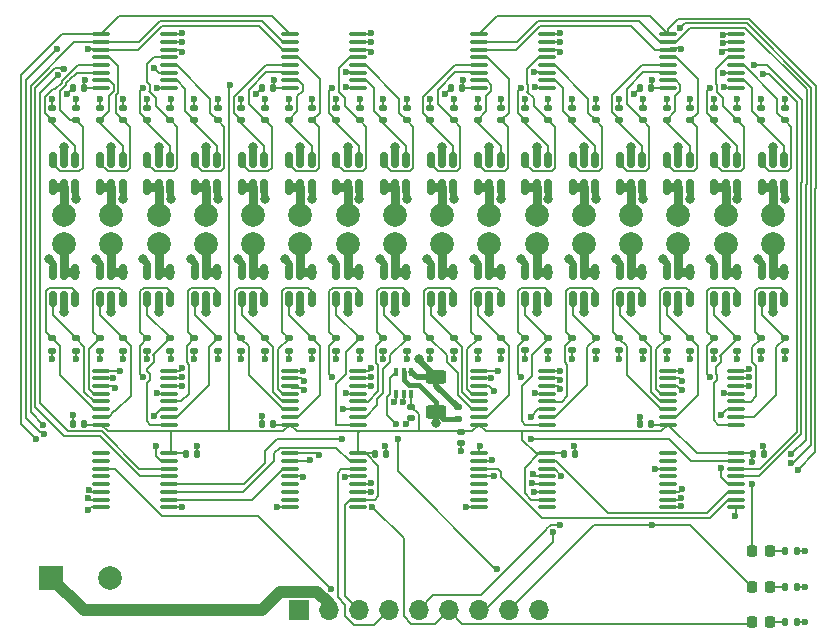
<source format=gbr>
%TF.GenerationSoftware,KiCad,Pcbnew,7.0.1*%
%TF.CreationDate,2024-03-30T14:25:32-04:00*%
%TF.ProjectId,TacTile2-C,54616354-696c-4653-922d-432e6b696361,rev?*%
%TF.SameCoordinates,Original*%
%TF.FileFunction,Copper,L1,Top*%
%TF.FilePolarity,Positive*%
%FSLAX46Y46*%
G04 Gerber Fmt 4.6, Leading zero omitted, Abs format (unit mm)*
G04 Created by KiCad (PCBNEW 7.0.1) date 2024-03-30 14:25:32*
%MOMM*%
%LPD*%
G01*
G04 APERTURE LIST*
G04 Aperture macros list*
%AMRoundRect*
0 Rectangle with rounded corners*
0 $1 Rounding radius*
0 $2 $3 $4 $5 $6 $7 $8 $9 X,Y pos of 4 corners*
0 Add a 4 corners polygon primitive as box body*
4,1,4,$2,$3,$4,$5,$6,$7,$8,$9,$2,$3,0*
0 Add four circle primitives for the rounded corners*
1,1,$1+$1,$2,$3*
1,1,$1+$1,$4,$5*
1,1,$1+$1,$6,$7*
1,1,$1+$1,$8,$9*
0 Add four rect primitives between the rounded corners*
20,1,$1+$1,$2,$3,$4,$5,0*
20,1,$1+$1,$4,$5,$6,$7,0*
20,1,$1+$1,$6,$7,$8,$9,0*
20,1,$1+$1,$8,$9,$2,$3,0*%
G04 Aperture macros list end*
%TA.AperFunction,ComponentPad*%
%ADD10C,2.000000*%
%TD*%
%TA.AperFunction,SMDPad,CuDef*%
%ADD11RoundRect,0.135000X0.185000X-0.135000X0.185000X0.135000X-0.185000X0.135000X-0.185000X-0.135000X0*%
%TD*%
%TA.AperFunction,SMDPad,CuDef*%
%ADD12RoundRect,0.135000X-0.185000X0.135000X-0.185000X-0.135000X0.185000X-0.135000X0.185000X0.135000X0*%
%TD*%
%TA.AperFunction,SMDPad,CuDef*%
%ADD13RoundRect,0.150000X-0.150000X0.512500X-0.150000X-0.512500X0.150000X-0.512500X0.150000X0.512500X0*%
%TD*%
%TA.AperFunction,SMDPad,CuDef*%
%ADD14RoundRect,0.140000X-0.140000X-0.170000X0.140000X-0.170000X0.140000X0.170000X-0.140000X0.170000X0*%
%TD*%
%TA.AperFunction,SMDPad,CuDef*%
%ADD15RoundRect,0.140000X0.140000X0.170000X-0.140000X0.170000X-0.140000X-0.170000X0.140000X-0.170000X0*%
%TD*%
%TA.AperFunction,SMDPad,CuDef*%
%ADD16RoundRect,0.100000X0.637500X0.100000X-0.637500X0.100000X-0.637500X-0.100000X0.637500X-0.100000X0*%
%TD*%
%TA.AperFunction,SMDPad,CuDef*%
%ADD17RoundRect,0.100000X-0.637500X-0.100000X0.637500X-0.100000X0.637500X0.100000X-0.637500X0.100000X0*%
%TD*%
%TA.AperFunction,SMDPad,CuDef*%
%ADD18R,0.400000X0.650000*%
%TD*%
%TA.AperFunction,SMDPad,CuDef*%
%ADD19RoundRect,0.218750X0.218750X0.256250X-0.218750X0.256250X-0.218750X-0.256250X0.218750X-0.256250X0*%
%TD*%
%TA.AperFunction,SMDPad,CuDef*%
%ADD20RoundRect,0.140000X0.170000X-0.140000X0.170000X0.140000X-0.170000X0.140000X-0.170000X-0.140000X0*%
%TD*%
%TA.AperFunction,SMDPad,CuDef*%
%ADD21RoundRect,0.150000X0.150000X-0.512500X0.150000X0.512500X-0.150000X0.512500X-0.150000X-0.512500X0*%
%TD*%
%TA.AperFunction,SMDPad,CuDef*%
%ADD22RoundRect,0.135000X-0.135000X-0.185000X0.135000X-0.185000X0.135000X0.185000X-0.135000X0.185000X0*%
%TD*%
%TA.AperFunction,SMDPad,CuDef*%
%ADD23RoundRect,0.250000X-0.625000X0.312500X-0.625000X-0.312500X0.625000X-0.312500X0.625000X0.312500X0*%
%TD*%
%TA.AperFunction,ComponentPad*%
%ADD24R,2.000000X2.000000*%
%TD*%
%TA.AperFunction,ComponentPad*%
%ADD25R,1.700000X1.700000*%
%TD*%
%TA.AperFunction,ComponentPad*%
%ADD26O,1.700000X1.700000*%
%TD*%
%TA.AperFunction,ViaPad*%
%ADD27C,0.800000*%
%TD*%
%TA.AperFunction,ViaPad*%
%ADD28C,0.600000*%
%TD*%
%TA.AperFunction,Conductor*%
%ADD29C,0.200000*%
%TD*%
%TA.AperFunction,Conductor*%
%ADD30C,0.800000*%
%TD*%
%TA.AperFunction,Conductor*%
%ADD31C,0.700000*%
%TD*%
%TA.AperFunction,Conductor*%
%ADD32C,0.600000*%
%TD*%
%TA.AperFunction,Conductor*%
%ADD33C,0.400000*%
%TD*%
%TA.AperFunction,Conductor*%
%ADD34C,0.500000*%
%TD*%
%TA.AperFunction,Conductor*%
%ADD35C,1.000000*%
%TD*%
G04 APERTURE END LIST*
D10*
%TO.P,J8,1,Pin_1*%
%TO.N,/X_Control/OUT14*%
X52000000Y-37000000D03*
%TO.P,J8,2,Pin_2*%
%TO.N,/X_Control/OUT15*%
X52000000Y-39500000D03*
%TD*%
D11*
%TO.P,R24,1*%
%TO.N,GND*%
X45000000Y-48510000D03*
%TO.P,R24,2*%
%TO.N,/X_Control/G11A*%
X45000000Y-47490000D03*
%TD*%
D12*
%TO.P,R53,1*%
%TO.N,/Y_Control/G9B*%
X71000000Y-47480000D03*
%TO.P,R53,2*%
%TO.N,GND*%
X71000000Y-48500000D03*
%TD*%
D11*
%TO.P,R16,1*%
%TO.N,GND*%
X37000000Y-48510000D03*
%TO.P,R16,2*%
%TO.N,/X_Control/G7A*%
X37000000Y-47490000D03*
%TD*%
D13*
%TO.P,Q5,1,G*%
%TO.N,/X_Control/G4A*%
X32950000Y-32362500D03*
%TO.P,Q5,2,S*%
%TO.N,SENSE*%
X32000000Y-32362500D03*
%TO.P,Q5,3,G*%
%TO.N,/X_Control/G4B*%
X31050000Y-32362500D03*
%TO.P,Q5,4,D*%
%TO.N,/X_Control/OUT4*%
X31050000Y-34637500D03*
%TO.P,Q5,5,S*%
X32000000Y-34637500D03*
%TO.P,Q5,6,D*%
%TO.N,VIN*%
X32950000Y-34637500D03*
%TD*%
D14*
%TO.P,C4,1*%
%TO.N,GND*%
X72750000Y-26250000D03*
%TO.P,C4,2*%
%TO.N,VCC*%
X73710000Y-26250000D03*
%TD*%
D15*
%TO.P,C8,1*%
%TO.N,GND*%
X83250000Y-57250000D03*
%TO.P,C8,2*%
%TO.N,VCC*%
X82290000Y-57250000D03*
%TD*%
D11*
%TO.P,R64,1*%
%TO.N,GND*%
X85000000Y-48510000D03*
%TO.P,R64,2*%
%TO.N,/Y_Control/G15A*%
X85000000Y-47490000D03*
%TD*%
D16*
%TO.P,U8,1,A4*%
%TO.N,/Y_Control/G12A*%
X80862500Y-26275000D03*
%TO.P,U8,2,A6*%
%TO.N,/Y_Control/G14A*%
X80862500Y-25625000D03*
%TO.P,U8,3,A*%
%TO.N,Net-(U13-A1)*%
X80862500Y-24975000D03*
%TO.P,U8,4,A7*%
%TO.N,/Y_Control/G14B*%
X80862500Y-24325000D03*
%TO.P,U8,5,A5*%
%TO.N,/Y_Control/G12B*%
X80862500Y-23675000D03*
%TO.P,U8,6,~{E}*%
%TO.N,GND*%
X80862500Y-23025000D03*
%TO.P,U8,7,VEE*%
X80862500Y-22375000D03*
%TO.P,U8,8,GND*%
X80862500Y-21725000D03*
%TO.P,U8,9,S2*%
%TO.N,/Y_Control/S1*%
X75137500Y-21725000D03*
%TO.P,U8,10,S1*%
%TO.N,/Y_Control/S0*%
X75137500Y-22375000D03*
%TO.P,U8,11,S0*%
%TO.N,/Y_Control/DIR*%
X75137500Y-23025000D03*
%TO.P,U8,12,A3*%
%TO.N,/Y_Control/G10B*%
X75137500Y-23675000D03*
%TO.P,U8,13,A0*%
%TO.N,/Y_Control/G8A*%
X75137500Y-24325000D03*
%TO.P,U8,14,A1*%
%TO.N,/Y_Control/G8B*%
X75137500Y-24975000D03*
%TO.P,U8,15,A2*%
%TO.N,/Y_Control/G10A*%
X75137500Y-25625000D03*
%TO.P,U8,16,VCC*%
%TO.N,VCC*%
X75137500Y-26275000D03*
%TD*%
%TO.P,U2,1,A4*%
%TO.N,/X_Control/G4A*%
X32862500Y-26275000D03*
%TO.P,U2,2,A6*%
%TO.N,/X_Control/G6A*%
X32862500Y-25625000D03*
%TO.P,U2,3,A*%
%TO.N,Net-(U12-A0)*%
X32862500Y-24975000D03*
%TO.P,U2,4,A7*%
%TO.N,/X_Control/G6B*%
X32862500Y-24325000D03*
%TO.P,U2,5,A5*%
%TO.N,/X_Control/G4B*%
X32862500Y-23675000D03*
%TO.P,U2,6,~{E}*%
%TO.N,GND*%
X32862500Y-23025000D03*
%TO.P,U2,7,VEE*%
X32862500Y-22375000D03*
%TO.P,U2,8,GND*%
X32862500Y-21725000D03*
%TO.P,U2,9,S2*%
%TO.N,/X_Control/S1*%
X27137500Y-21725000D03*
%TO.P,U2,10,S1*%
%TO.N,/X_Control/S0*%
X27137500Y-22375000D03*
%TO.P,U2,11,S0*%
%TO.N,/X_Control/DIR*%
X27137500Y-23025000D03*
%TO.P,U2,12,A3*%
%TO.N,/X_Control/G2B*%
X27137500Y-23675000D03*
%TO.P,U2,13,A0*%
%TO.N,/X_Control/G0A*%
X27137500Y-24325000D03*
%TO.P,U2,14,A1*%
%TO.N,/X_Control/G0B*%
X27137500Y-24975000D03*
%TO.P,U2,15,A2*%
%TO.N,/X_Control/G2A*%
X27137500Y-25625000D03*
%TO.P,U2,16,VCC*%
%TO.N,VCC*%
X27137500Y-26275000D03*
%TD*%
D17*
%TO.P,U11,1,QB*%
%TO.N,/Y_Control/S1*%
X59137500Y-57225000D03*
%TO.P,U11,2,QC*%
%TO.N,/Y_Control/S0*%
X59137500Y-57875000D03*
%TO.P,U11,3,QD*%
%TO.N,/Y_Control/PHA*%
X59137500Y-58525000D03*
%TO.P,U11,4,QE*%
%TO.N,/Y_Control/DIR*%
X59137500Y-59175000D03*
%TO.P,U11,5,QF*%
%TO.N,unconnected-(U11-QF-Pad5)*%
X59137500Y-59825000D03*
%TO.P,U11,6,QG*%
%TO.N,unconnected-(U11-QG-Pad6)*%
X59137500Y-60475000D03*
%TO.P,U11,7,QH*%
%TO.N,unconnected-(U11-QH-Pad7)*%
X59137500Y-61125000D03*
%TO.P,U11,8,GND*%
%TO.N,GND*%
X59137500Y-61775000D03*
%TO.P,U11,9,QH'*%
%TO.N,unconnected-(U11-QH'-Pad9)*%
X64862500Y-61775000D03*
%TO.P,U11,10,~{SRCLR}*%
%TO.N,VCC*%
X64862500Y-61125000D03*
%TO.P,U11,11,SRCLK*%
%TO.N,CLK*%
X64862500Y-60475000D03*
%TO.P,U11,12,RCLK*%
%TO.N,RCLK*%
X64862500Y-59825000D03*
%TO.P,U11,13,~{OE}*%
%TO.N,GND*%
X64862500Y-59175000D03*
%TO.P,U11,14,SER*%
%TO.N,SERY*%
X64862500Y-58525000D03*
%TO.P,U11,15,QA*%
%TO.N,/Y_Control/S2*%
X64862500Y-57875000D03*
%TO.P,U11,16,VCC*%
%TO.N,VCC*%
X64862500Y-57225000D03*
%TD*%
D18*
%TO.P,U1,1,REF*%
%TO.N,GND*%
X52100000Y-52200000D03*
%TO.P,U1,2,GND*%
X52750000Y-52200000D03*
%TO.P,U1,3,V+*%
%TO.N,VCC*%
X53400000Y-52200000D03*
%TO.P,U1,4,+*%
%TO.N,SENSE*%
X53400000Y-50300000D03*
%TO.P,U1,5,-*%
%TO.N,GND*%
X52750000Y-50300000D03*
%TO.P,U1,6*%
%TO.N,VOUT*%
X52100000Y-50300000D03*
%TD*%
D13*
%TO.P,Q15,1,G*%
%TO.N,/X_Control/G14A*%
X52950000Y-32362500D03*
%TO.P,Q15,2,S*%
%TO.N,SENSE*%
X52000000Y-32362500D03*
%TO.P,Q15,3,G*%
%TO.N,/X_Control/G14B*%
X51050000Y-32362500D03*
%TO.P,Q15,4,D*%
%TO.N,/X_Control/OUT14*%
X51050000Y-34637500D03*
%TO.P,Q15,5,S*%
X52000000Y-34637500D03*
%TO.P,Q15,6,D*%
%TO.N,VIN*%
X52950000Y-34637500D03*
%TD*%
D10*
%TO.P,J15,1,Pin_1*%
%TO.N,/Y_Control/OUT10*%
X76000000Y-37000000D03*
%TO.P,J15,2,Pin_2*%
%TO.N,/Y_Control/OUT11*%
X76000000Y-39500000D03*
%TD*%
D11*
%TO.P,R35,1*%
%TO.N,/Y_Control/G0B*%
X57000000Y-29010000D03*
%TO.P,R35,2*%
%TO.N,GND*%
X57000000Y-27990000D03*
%TD*%
%TO.P,R23,1*%
%TO.N,/X_Control/G10B*%
X45000000Y-29010000D03*
%TO.P,R23,2*%
%TO.N,GND*%
X45000000Y-27990000D03*
%TD*%
D10*
%TO.P,J13,1,Pin_1*%
%TO.N,/Y_Control/OUT6*%
X68000000Y-37000000D03*
%TO.P,J13,2,Pin_2*%
%TO.N,/Y_Control/OUT7*%
X68000000Y-39500000D03*
%TD*%
%TO.P,J4,1,Pin_1*%
%TO.N,/X_Control/OUT6*%
X36000000Y-37000000D03*
%TO.P,J4,2,Pin_2*%
%TO.N,/X_Control/OUT7*%
X36000000Y-39500000D03*
%TD*%
D13*
%TO.P,Q25,1,G*%
%TO.N,/Y_Control/G8A*%
X72950000Y-32362500D03*
%TO.P,Q25,2,S*%
%TO.N,SENSE*%
X72000000Y-32362500D03*
%TO.P,Q25,3,G*%
%TO.N,/Y_Control/G8B*%
X71050000Y-32362500D03*
%TO.P,Q25,4,D*%
%TO.N,/Y_Control/OUT8*%
X71050000Y-34637500D03*
%TO.P,Q25,5,S*%
X72000000Y-34637500D03*
%TO.P,Q25,6,D*%
%TO.N,VIN*%
X72950000Y-34637500D03*
%TD*%
D12*
%TO.P,R65,1*%
%TO.N,/Y_Control/G15B*%
X83000000Y-47490000D03*
%TO.P,R65,2*%
%TO.N,GND*%
X83000000Y-48510000D03*
%TD*%
D13*
%TO.P,Q11,1,G*%
%TO.N,/X_Control/G10A*%
X44950000Y-32362500D03*
%TO.P,Q11,2,S*%
%TO.N,SENSE*%
X44000000Y-32362500D03*
%TO.P,Q11,3,G*%
%TO.N,/X_Control/G10B*%
X43050000Y-32362500D03*
%TO.P,Q11,4,D*%
%TO.N,/X_Control/OUT10*%
X43050000Y-34637500D03*
%TO.P,Q11,5,S*%
X44000000Y-34637500D03*
%TO.P,Q11,6,D*%
%TO.N,VIN*%
X44950000Y-34637500D03*
%TD*%
D11*
%TO.P,R56,1*%
%TO.N,GND*%
X77000000Y-48510000D03*
%TO.P,R56,2*%
%TO.N,/Y_Control/G11A*%
X77000000Y-47490000D03*
%TD*%
D13*
%TO.P,Q13,1,G*%
%TO.N,/X_Control/G12A*%
X48950000Y-32362500D03*
%TO.P,Q13,2,S*%
%TO.N,SENSE*%
X48000000Y-32362500D03*
%TO.P,Q13,3,G*%
%TO.N,/X_Control/G12B*%
X47050000Y-32362500D03*
%TO.P,Q13,4,D*%
%TO.N,/X_Control/OUT12*%
X47050000Y-34637500D03*
%TO.P,Q13,5,S*%
X48000000Y-34637500D03*
%TO.P,Q13,6,D*%
%TO.N,VIN*%
X48950000Y-34637500D03*
%TD*%
D19*
%TO.P,D2,1,K*%
%TO.N,Net-(D2-K)*%
X83787500Y-68500000D03*
%TO.P,D2,2,A*%
%TO.N,PWM*%
X82212500Y-68500000D03*
%TD*%
D12*
%TO.P,R21,1*%
%TO.N,/X_Control/G9B*%
X39000000Y-47490000D03*
%TO.P,R21,2*%
%TO.N,GND*%
X39000000Y-48510000D03*
%TD*%
D20*
%TO.P,C11,1*%
%TO.N,GND*%
X57600000Y-56360000D03*
%TO.P,C11,2*%
%TO.N,VCC*%
X57600000Y-55400000D03*
%TD*%
D21*
%TO.P,Q8,1,G*%
%TO.N,/X_Control/G7A*%
X35050000Y-44137500D03*
%TO.P,Q8,2,S*%
%TO.N,SENSE*%
X36000000Y-44137500D03*
%TO.P,Q8,3,G*%
%TO.N,/X_Control/G7B*%
X36950000Y-44137500D03*
%TO.P,Q8,4,D*%
%TO.N,/X_Control/OUT7*%
X36950000Y-41862500D03*
%TO.P,Q8,5,S*%
X36000000Y-41862500D03*
%TO.P,Q8,6,D*%
%TO.N,VIN*%
X35050000Y-41862500D03*
%TD*%
D11*
%TO.P,R44,1*%
%TO.N,GND*%
X65000000Y-48510000D03*
%TO.P,R44,2*%
%TO.N,/Y_Control/G5A*%
X65000000Y-47490000D03*
%TD*%
D14*
%TO.P,C7,1*%
%TO.N,GND*%
X72750000Y-54750000D03*
%TO.P,C7,2*%
%TO.N,VCC*%
X73710000Y-54750000D03*
%TD*%
%TO.P,C1,1*%
%TO.N,GND*%
X24750000Y-26250000D03*
%TO.P,C1,2*%
%TO.N,VCC*%
X25710000Y-26250000D03*
%TD*%
D13*
%TO.P,Q3,1,G*%
%TO.N,/X_Control/G2A*%
X28950000Y-32362500D03*
%TO.P,Q3,2,S*%
%TO.N,SENSE*%
X28000000Y-32362500D03*
%TO.P,Q3,3,G*%
%TO.N,/X_Control/G2B*%
X27050000Y-32362500D03*
%TO.P,Q3,4,D*%
%TO.N,/X_Control/OUT2*%
X27050000Y-34637500D03*
%TO.P,Q3,5,S*%
X28000000Y-34637500D03*
%TO.P,Q3,6,D*%
%TO.N,VIN*%
X28950000Y-34637500D03*
%TD*%
D11*
%TO.P,R36,1*%
%TO.N,GND*%
X57000000Y-48510000D03*
%TO.P,R36,2*%
%TO.N,/Y_Control/G1A*%
X57000000Y-47490000D03*
%TD*%
%TO.P,R8,1*%
%TO.N,GND*%
X29000000Y-48510000D03*
%TO.P,R8,2*%
%TO.N,/X_Control/G3A*%
X29000000Y-47490000D03*
%TD*%
D13*
%TO.P,Q21,1,G*%
%TO.N,/Y_Control/G4A*%
X64950000Y-32362500D03*
%TO.P,Q21,2,S*%
%TO.N,SENSE*%
X64000000Y-32362500D03*
%TO.P,Q21,3,G*%
%TO.N,/Y_Control/G4B*%
X63050000Y-32362500D03*
%TO.P,Q21,4,D*%
%TO.N,/Y_Control/OUT4*%
X63050000Y-34637500D03*
%TO.P,Q21,5,S*%
X64000000Y-34637500D03*
%TO.P,Q21,6,D*%
%TO.N,VIN*%
X64950000Y-34637500D03*
%TD*%
D22*
%TO.P,R98,1*%
%TO.N,Net-(D1-K)*%
X84990000Y-65500000D03*
%TO.P,R98,2*%
%TO.N,GND*%
X86010000Y-65500000D03*
%TD*%
D11*
%TO.P,R40,1*%
%TO.N,GND*%
X61000000Y-48510000D03*
%TO.P,R40,2*%
%TO.N,/Y_Control/G3A*%
X61000000Y-47490000D03*
%TD*%
D13*
%TO.P,Q27,1,G*%
%TO.N,/Y_Control/G10A*%
X76950000Y-32362500D03*
%TO.P,Q27,2,S*%
%TO.N,SENSE*%
X76000000Y-32362500D03*
%TO.P,Q27,3,G*%
%TO.N,/Y_Control/G10B*%
X75050000Y-32362500D03*
%TO.P,Q27,4,D*%
%TO.N,/Y_Control/OUT10*%
X75050000Y-34637500D03*
%TO.P,Q27,5,S*%
X76000000Y-34637500D03*
%TO.P,Q27,6,D*%
%TO.N,VIN*%
X76950000Y-34637500D03*
%TD*%
D21*
%TO.P,Q22,1,G*%
%TO.N,/Y_Control/G5A*%
X63050000Y-44137500D03*
%TO.P,Q22,2,S*%
%TO.N,SENSE*%
X64000000Y-44137500D03*
%TO.P,Q22,3,G*%
%TO.N,/Y_Control/G5B*%
X64950000Y-44137500D03*
%TO.P,Q22,4,D*%
%TO.N,/Y_Control/OUT5*%
X64950000Y-41862500D03*
%TO.P,Q22,5,S*%
X64000000Y-41862500D03*
%TO.P,Q22,6,D*%
%TO.N,VIN*%
X63050000Y-41862500D03*
%TD*%
D10*
%TO.P,J6,1,Pin_1*%
%TO.N,/X_Control/OUT10*%
X44000000Y-37000000D03*
%TO.P,J6,2,Pin_2*%
%TO.N,/X_Control/OUT11*%
X44000000Y-39500000D03*
%TD*%
%TO.P,J7,1,Pin_1*%
%TO.N,/X_Control/OUT12*%
X48000000Y-37000000D03*
%TO.P,J7,2,Pin_2*%
%TO.N,/X_Control/OUT13*%
X48000000Y-39500000D03*
%TD*%
D12*
%TO.P,R57,1*%
%TO.N,/Y_Control/G11B*%
X75000000Y-47490000D03*
%TO.P,R57,2*%
%TO.N,GND*%
X75000000Y-48510000D03*
%TD*%
D15*
%TO.P,C12,1*%
%TO.N,GND*%
X35250000Y-57250000D03*
%TO.P,C12,2*%
%TO.N,VCC*%
X34290000Y-57250000D03*
%TD*%
D12*
%TO.P,R62,1*%
%TO.N,GND*%
X83000000Y-27990000D03*
%TO.P,R62,2*%
%TO.N,/Y_Control/G14A*%
X83000000Y-29010000D03*
%TD*%
D21*
%TO.P,Q12,1,G*%
%TO.N,/X_Control/G11A*%
X43050000Y-44137500D03*
%TO.P,Q12,2,S*%
%TO.N,SENSE*%
X44000000Y-44137500D03*
%TO.P,Q12,3,G*%
%TO.N,/X_Control/G11B*%
X44950000Y-44137500D03*
%TO.P,Q12,4,D*%
%TO.N,/X_Control/OUT11*%
X44950000Y-41862500D03*
%TO.P,Q12,5,S*%
X44000000Y-41862500D03*
%TO.P,Q12,6,D*%
%TO.N,VIN*%
X43050000Y-41862500D03*
%TD*%
D11*
%TO.P,R20,1*%
%TO.N,GND*%
X41000000Y-48510000D03*
%TO.P,R20,2*%
%TO.N,/X_Control/G9A*%
X41000000Y-47490000D03*
%TD*%
%TO.P,R19,1*%
%TO.N,/X_Control/G8B*%
X41000000Y-29010000D03*
%TO.P,R19,2*%
%TO.N,GND*%
X41000000Y-27990000D03*
%TD*%
D10*
%TO.P,J3,1,Pin_1*%
%TO.N,/X_Control/OUT4*%
X32000000Y-37000000D03*
%TO.P,J3,2,Pin_2*%
%TO.N,/X_Control/OUT5*%
X32000000Y-39500000D03*
%TD*%
D12*
%TO.P,R38,1*%
%TO.N,GND*%
X59000000Y-27990000D03*
%TO.P,R38,2*%
%TO.N,/Y_Control/G2A*%
X59000000Y-29010000D03*
%TD*%
D21*
%TO.P,Q30,1,G*%
%TO.N,/Y_Control/G13A*%
X79050000Y-44137500D03*
%TO.P,Q30,2,S*%
%TO.N,SENSE*%
X80000000Y-44137500D03*
%TO.P,Q30,3,G*%
%TO.N,/Y_Control/G13B*%
X80950000Y-44137500D03*
%TO.P,Q30,4,D*%
%TO.N,/Y_Control/OUT13*%
X80950000Y-41862500D03*
%TO.P,Q30,5,S*%
X80000000Y-41862500D03*
%TO.P,Q30,6,D*%
%TO.N,VIN*%
X79050000Y-41862500D03*
%TD*%
D12*
%TO.P,R45,1*%
%TO.N,/Y_Control/G5B*%
X63000000Y-47480000D03*
%TO.P,R45,2*%
%TO.N,GND*%
X63000000Y-48500000D03*
%TD*%
D21*
%TO.P,Q14,1,G*%
%TO.N,/X_Control/G13A*%
X47050000Y-44137500D03*
%TO.P,Q14,2,S*%
%TO.N,SENSE*%
X48000000Y-44137500D03*
%TO.P,Q14,3,G*%
%TO.N,/X_Control/G13B*%
X48950000Y-44137500D03*
%TO.P,Q14,4,D*%
%TO.N,/X_Control/OUT13*%
X48950000Y-41862500D03*
%TO.P,Q14,5,S*%
X48000000Y-41862500D03*
%TO.P,Q14,6,D*%
%TO.N,VIN*%
X47050000Y-41862500D03*
%TD*%
D12*
%TO.P,R6,1*%
%TO.N,GND*%
X27000000Y-27990000D03*
%TO.P,R6,2*%
%TO.N,/X_Control/G2A*%
X27000000Y-29010000D03*
%TD*%
%TO.P,R9,1*%
%TO.N,/X_Control/G3B*%
X27000000Y-47490000D03*
%TO.P,R9,2*%
%TO.N,GND*%
X27000000Y-48510000D03*
%TD*%
%TO.P,R22,1*%
%TO.N,GND*%
X43000000Y-27990000D03*
%TO.P,R22,2*%
%TO.N,/X_Control/G10A*%
X43000000Y-29010000D03*
%TD*%
%TO.P,R25,1*%
%TO.N,/X_Control/G11B*%
X43000000Y-47490000D03*
%TO.P,R25,2*%
%TO.N,GND*%
X43000000Y-48510000D03*
%TD*%
%TO.P,R54,1*%
%TO.N,GND*%
X75000000Y-27990000D03*
%TO.P,R54,2*%
%TO.N,/Y_Control/G10A*%
X75000000Y-29010000D03*
%TD*%
D10*
%TO.P,J2,1,Pin_1*%
%TO.N,/X_Control/OUT2*%
X28000000Y-37000000D03*
%TO.P,J2,2,Pin_2*%
%TO.N,/X_Control/OUT3*%
X28000000Y-39500000D03*
%TD*%
D16*
%TO.P,U10,1,A4*%
%TO.N,/Y_Control/G13A*%
X80862500Y-54775000D03*
%TO.P,U10,2,A6*%
%TO.N,/Y_Control/G15A*%
X80862500Y-54125000D03*
%TO.P,U10,3,A*%
%TO.N,Net-(U10-A)*%
X80862500Y-53475000D03*
%TO.P,U10,4,A7*%
%TO.N,/Y_Control/G15B*%
X80862500Y-52825000D03*
%TO.P,U10,5,A5*%
%TO.N,/Y_Control/G13B*%
X80862500Y-52175000D03*
%TO.P,U10,6,~{E}*%
%TO.N,GND*%
X80862500Y-51525000D03*
%TO.P,U10,7,VEE*%
X80862500Y-50875000D03*
%TO.P,U10,8,GND*%
X80862500Y-50225000D03*
%TO.P,U10,9,S2*%
%TO.N,/Y_Control/S1*%
X75137500Y-50225000D03*
%TO.P,U10,10,S1*%
%TO.N,/Y_Control/S0*%
X75137500Y-50875000D03*
%TO.P,U10,11,S0*%
%TO.N,/Y_Control/DIR*%
X75137500Y-51525000D03*
%TO.P,U10,12,A3*%
%TO.N,/Y_Control/G11B*%
X75137500Y-52175000D03*
%TO.P,U10,13,A0*%
%TO.N,/Y_Control/G9A*%
X75137500Y-52825000D03*
%TO.P,U10,14,A1*%
%TO.N,/Y_Control/G9B*%
X75137500Y-53475000D03*
%TO.P,U10,15,A2*%
%TO.N,/Y_Control/G11A*%
X75137500Y-54125000D03*
%TO.P,U10,16,VCC*%
%TO.N,VCC*%
X75137500Y-54775000D03*
%TD*%
D14*
%TO.P,C5,1*%
%TO.N,GND*%
X40750000Y-54750000D03*
%TO.P,C5,2*%
%TO.N,VCC*%
X41710000Y-54750000D03*
%TD*%
D12*
%TO.P,R29,1*%
%TO.N,/X_Control/G13B*%
X47000000Y-47490000D03*
%TO.P,R29,2*%
%TO.N,GND*%
X47000000Y-48510000D03*
%TD*%
D21*
%TO.P,Q32,1,G*%
%TO.N,/Y_Control/G15A*%
X83050000Y-44137500D03*
%TO.P,Q32,2,S*%
%TO.N,SENSE*%
X84000000Y-44137500D03*
%TO.P,Q32,3,G*%
%TO.N,/Y_Control/G15B*%
X84950000Y-44137500D03*
%TO.P,Q32,4,D*%
%TO.N,/Y_Control/OUT15*%
X84950000Y-41862500D03*
%TO.P,Q32,5,S*%
X84000000Y-41862500D03*
%TO.P,Q32,6,D*%
%TO.N,VIN*%
X83050000Y-41862500D03*
%TD*%
D12*
%TO.P,R50,1*%
%TO.N,GND*%
X71000000Y-27990000D03*
%TO.P,R50,2*%
%TO.N,/Y_Control/G8A*%
X71000000Y-29010000D03*
%TD*%
D13*
%TO.P,Q31,1,G*%
%TO.N,/Y_Control/G14A*%
X84950000Y-32362500D03*
%TO.P,Q31,2,S*%
%TO.N,SENSE*%
X84000000Y-32362500D03*
%TO.P,Q31,3,G*%
%TO.N,/Y_Control/G14B*%
X83050000Y-32362500D03*
%TO.P,Q31,4,D*%
%TO.N,/Y_Control/OUT14*%
X83050000Y-34637500D03*
%TO.P,Q31,5,S*%
X84000000Y-34637500D03*
%TO.P,Q31,6,D*%
%TO.N,VIN*%
X84950000Y-34637500D03*
%TD*%
D11*
%TO.P,R55,1*%
%TO.N,/Y_Control/G10B*%
X77000000Y-29010000D03*
%TO.P,R55,2*%
%TO.N,GND*%
X77000000Y-27990000D03*
%TD*%
D21*
%TO.P,Q20,1,G*%
%TO.N,/Y_Control/G3A*%
X59050000Y-44137500D03*
%TO.P,Q20,2,S*%
%TO.N,SENSE*%
X60000000Y-44137500D03*
%TO.P,Q20,3,G*%
%TO.N,/Y_Control/G3B*%
X60950000Y-44137500D03*
%TO.P,Q20,4,D*%
%TO.N,/Y_Control/OUT3*%
X60950000Y-41862500D03*
%TO.P,Q20,5,S*%
X60000000Y-41862500D03*
%TO.P,Q20,6,D*%
%TO.N,VIN*%
X59050000Y-41862500D03*
%TD*%
D12*
%TO.P,R17,1*%
%TO.N,/X_Control/G7B*%
X35000000Y-47490000D03*
%TO.P,R17,2*%
%TO.N,GND*%
X35000000Y-48510000D03*
%TD*%
%TO.P,R14,1*%
%TO.N,GND*%
X35000000Y-27990000D03*
%TO.P,R14,2*%
%TO.N,/X_Control/G6A*%
X35000000Y-29010000D03*
%TD*%
D21*
%TO.P,Q2,1,G*%
%TO.N,/X_Control/G1A*%
X23050000Y-44137500D03*
%TO.P,Q2,2,S*%
%TO.N,SENSE*%
X24000000Y-44137500D03*
%TO.P,Q2,3,G*%
%TO.N,/X_Control/G1B*%
X24950000Y-44137500D03*
%TO.P,Q2,4,D*%
%TO.N,/X_Control/OUT1*%
X24950000Y-41862500D03*
%TO.P,Q2,5,S*%
X24000000Y-41862500D03*
%TO.P,Q2,6,D*%
%TO.N,VIN*%
X23050000Y-41862500D03*
%TD*%
D13*
%TO.P,Q9,1,G*%
%TO.N,/X_Control/G8A*%
X40950000Y-32362500D03*
%TO.P,Q9,2,S*%
%TO.N,SENSE*%
X40000000Y-32362500D03*
%TO.P,Q9,3,G*%
%TO.N,/X_Control/G8B*%
X39050000Y-32362500D03*
%TO.P,Q9,4,D*%
%TO.N,/X_Control/OUT8*%
X39050000Y-34637500D03*
%TO.P,Q9,5,S*%
X40000000Y-34637500D03*
%TO.P,Q9,6,D*%
%TO.N,VIN*%
X40950000Y-34637500D03*
%TD*%
D12*
%TO.P,R42,1*%
%TO.N,GND*%
X63000000Y-27990000D03*
%TO.P,R42,2*%
%TO.N,/Y_Control/G4A*%
X63000000Y-29010000D03*
%TD*%
D11*
%TO.P,R43,1*%
%TO.N,/Y_Control/G4B*%
X65000000Y-29010000D03*
%TO.P,R43,2*%
%TO.N,GND*%
X65000000Y-27990000D03*
%TD*%
%TO.P,R59,1*%
%TO.N,/Y_Control/G12B*%
X81000000Y-29000000D03*
%TO.P,R59,2*%
%TO.N,GND*%
X81000000Y-27980000D03*
%TD*%
D21*
%TO.P,Q4,1,G*%
%TO.N,/X_Control/G3A*%
X27050000Y-44137500D03*
%TO.P,Q4,2,S*%
%TO.N,SENSE*%
X28000000Y-44137500D03*
%TO.P,Q4,3,G*%
%TO.N,/X_Control/G3B*%
X28950000Y-44137500D03*
%TO.P,Q4,4,D*%
%TO.N,/X_Control/OUT3*%
X28950000Y-41862500D03*
%TO.P,Q4,5,S*%
X28000000Y-41862500D03*
%TO.P,Q4,6,D*%
%TO.N,VIN*%
X27050000Y-41862500D03*
%TD*%
D13*
%TO.P,Q7,1,G*%
%TO.N,/X_Control/G6A*%
X36950000Y-32362500D03*
%TO.P,Q7,2,S*%
%TO.N,SENSE*%
X36000000Y-32362500D03*
%TO.P,Q7,3,G*%
%TO.N,/X_Control/G6B*%
X35050000Y-32362500D03*
%TO.P,Q7,4,D*%
%TO.N,/X_Control/OUT6*%
X35050000Y-34637500D03*
%TO.P,Q7,5,S*%
X36000000Y-34637500D03*
%TO.P,Q7,6,D*%
%TO.N,VIN*%
X36950000Y-34637500D03*
%TD*%
%TO.P,Q29,1,G*%
%TO.N,/Y_Control/G12A*%
X80950000Y-32362500D03*
%TO.P,Q29,2,S*%
%TO.N,SENSE*%
X80000000Y-32362500D03*
%TO.P,Q29,3,G*%
%TO.N,/Y_Control/G12B*%
X79050000Y-32362500D03*
%TO.P,Q29,4,D*%
%TO.N,/Y_Control/OUT12*%
X79050000Y-34637500D03*
%TO.P,Q29,5,S*%
X80000000Y-34637500D03*
%TO.P,Q29,6,D*%
%TO.N,VIN*%
X80950000Y-34637500D03*
%TD*%
D12*
%TO.P,R49,1*%
%TO.N,/Y_Control/G7B*%
X67000000Y-47480000D03*
%TO.P,R49,2*%
%TO.N,GND*%
X67000000Y-48500000D03*
%TD*%
%TO.P,R2,1*%
%TO.N,GND*%
X23000000Y-27990000D03*
%TO.P,R2,2*%
%TO.N,/X_Control/G0A*%
X23000000Y-29010000D03*
%TD*%
D21*
%TO.P,Q16,1,G*%
%TO.N,/X_Control/G15A*%
X51050000Y-44137500D03*
%TO.P,Q16,2,S*%
%TO.N,SENSE*%
X52000000Y-44137500D03*
%TO.P,Q16,3,G*%
%TO.N,/X_Control/G15B*%
X52950000Y-44137500D03*
%TO.P,Q16,4,D*%
%TO.N,/X_Control/OUT15*%
X52950000Y-41862500D03*
%TO.P,Q16,5,S*%
X52000000Y-41862500D03*
%TO.P,Q16,6,D*%
%TO.N,VIN*%
X51050000Y-41862500D03*
%TD*%
D12*
%TO.P,R33,1*%
%TO.N,/X_Control/G15B*%
X51000000Y-47490000D03*
%TO.P,R33,2*%
%TO.N,GND*%
X51000000Y-48510000D03*
%TD*%
%TO.P,R26,1*%
%TO.N,GND*%
X47000000Y-27990000D03*
%TO.P,R26,2*%
%TO.N,/X_Control/G12A*%
X47000000Y-29010000D03*
%TD*%
D20*
%TO.P,C18,1*%
%TO.N,GND*%
X57300000Y-54280000D03*
%TO.P,C18,2*%
%TO.N,SENSE*%
X57300000Y-53320000D03*
%TD*%
D17*
%TO.P,U13,1,A4*%
%TO.N,unconnected-(U13-A4-Pad1)*%
X75137500Y-57225000D03*
%TO.P,U13,2,A6*%
%TO.N,unconnected-(U13-A6-Pad2)*%
X75137500Y-57875000D03*
%TO.P,U13,3,A*%
%TO.N,PWM*%
X75137500Y-58525000D03*
%TO.P,U13,4,A7*%
%TO.N,unconnected-(U13-A7-Pad4)*%
X75137500Y-59175000D03*
%TO.P,U13,5,A5*%
%TO.N,unconnected-(U13-A5-Pad5)*%
X75137500Y-59825000D03*
%TO.P,U13,6,~{E}*%
%TO.N,GND*%
X75137500Y-60475000D03*
%TO.P,U13,7,VEE*%
X75137500Y-61125000D03*
%TO.P,U13,8,GND*%
X75137500Y-61775000D03*
%TO.P,U13,9,S2*%
X80862500Y-61775000D03*
%TO.P,U13,10,S1*%
%TO.N,/Y_Control/PHA*%
X80862500Y-61125000D03*
%TO.P,U13,11,S0*%
%TO.N,/Y_Control/S2*%
X80862500Y-60475000D03*
%TO.P,U13,12,A3*%
%TO.N,Net-(U10-A)*%
X80862500Y-59825000D03*
%TO.P,U13,13,A0*%
%TO.N,Net-(U13-A0)*%
X80862500Y-59175000D03*
%TO.P,U13,14,A1*%
%TO.N,Net-(U13-A1)*%
X80862500Y-58525000D03*
%TO.P,U13,15,A2*%
%TO.N,Net-(U13-A2)*%
X80862500Y-57875000D03*
%TO.P,U13,16,VCC*%
%TO.N,VCC*%
X80862500Y-57225000D03*
%TD*%
D12*
%TO.P,R46,1*%
%TO.N,GND*%
X67000000Y-27990000D03*
%TO.P,R46,2*%
%TO.N,/Y_Control/G6A*%
X67000000Y-29010000D03*
%TD*%
%TO.P,R10,1*%
%TO.N,GND*%
X31000000Y-27990000D03*
%TO.P,R10,2*%
%TO.N,/X_Control/G4A*%
X31000000Y-29010000D03*
%TD*%
D11*
%TO.P,R3,1*%
%TO.N,/X_Control/G0B*%
X25000000Y-29010000D03*
%TO.P,R3,2*%
%TO.N,GND*%
X25000000Y-27990000D03*
%TD*%
D21*
%TO.P,Q24,1,G*%
%TO.N,/Y_Control/G7A*%
X67050000Y-44137500D03*
%TO.P,Q24,2,S*%
%TO.N,SENSE*%
X68000000Y-44137500D03*
%TO.P,Q24,3,G*%
%TO.N,/Y_Control/G7B*%
X68950000Y-44137500D03*
%TO.P,Q24,4,D*%
%TO.N,/Y_Control/OUT7*%
X68950000Y-41862500D03*
%TO.P,Q24,5,S*%
X68000000Y-41862500D03*
%TO.P,Q24,6,D*%
%TO.N,VIN*%
X67050000Y-41862500D03*
%TD*%
D23*
%TO.P,R1,1*%
%TO.N,SENSE*%
X55500000Y-50787500D03*
%TO.P,R1,2*%
%TO.N,GND*%
X55500000Y-53712500D03*
%TD*%
D20*
%TO.P,C17,1*%
%TO.N,GND*%
X53400000Y-54260000D03*
%TO.P,C17,2*%
%TO.N,VCC*%
X53400000Y-53300000D03*
%TD*%
D12*
%TO.P,R30,1*%
%TO.N,GND*%
X51000000Y-27990000D03*
%TO.P,R30,2*%
%TO.N,/X_Control/G14A*%
X51000000Y-29010000D03*
%TD*%
D16*
%TO.P,U9,1,A4*%
%TO.N,/Y_Control/G5A*%
X64862500Y-54775000D03*
%TO.P,U9,2,A6*%
%TO.N,/Y_Control/G7A*%
X64862500Y-54125000D03*
%TO.P,U9,3,A*%
%TO.N,Net-(U13-A2)*%
X64862500Y-53475000D03*
%TO.P,U9,4,A7*%
%TO.N,/Y_Control/G7B*%
X64862500Y-52825000D03*
%TO.P,U9,5,A5*%
%TO.N,/Y_Control/G5B*%
X64862500Y-52175000D03*
%TO.P,U9,6,~{E}*%
%TO.N,GND*%
X64862500Y-51525000D03*
%TO.P,U9,7,VEE*%
X64862500Y-50875000D03*
%TO.P,U9,8,GND*%
X64862500Y-50225000D03*
%TO.P,U9,9,S2*%
%TO.N,/Y_Control/S1*%
X59137500Y-50225000D03*
%TO.P,U9,10,S1*%
%TO.N,/Y_Control/S0*%
X59137500Y-50875000D03*
%TO.P,U9,11,S0*%
%TO.N,/Y_Control/DIR*%
X59137500Y-51525000D03*
%TO.P,U9,12,A3*%
%TO.N,/Y_Control/G3B*%
X59137500Y-52175000D03*
%TO.P,U9,13,A0*%
%TO.N,/Y_Control/G1A*%
X59137500Y-52825000D03*
%TO.P,U9,14,A1*%
%TO.N,/Y_Control/G1B*%
X59137500Y-53475000D03*
%TO.P,U9,15,A2*%
%TO.N,/Y_Control/G3A*%
X59137500Y-54125000D03*
%TO.P,U9,16,VCC*%
%TO.N,VCC*%
X59137500Y-54775000D03*
%TD*%
D19*
%TO.P,D1,1,K*%
%TO.N,Net-(D1-K)*%
X83787500Y-65500000D03*
%TO.P,D1,2,A*%
%TO.N,VCC*%
X82212500Y-65500000D03*
%TD*%
D11*
%TO.P,R39,1*%
%TO.N,/Y_Control/G2B*%
X61000000Y-29010000D03*
%TO.P,R39,2*%
%TO.N,GND*%
X61000000Y-27990000D03*
%TD*%
D16*
%TO.P,U3,1,A4*%
%TO.N,/X_Control/G12A*%
X48862500Y-26275000D03*
%TO.P,U3,2,A6*%
%TO.N,/X_Control/G14A*%
X48862500Y-25625000D03*
%TO.P,U3,3,A*%
%TO.N,Net-(U12-A1)*%
X48862500Y-24975000D03*
%TO.P,U3,4,A7*%
%TO.N,/X_Control/G14B*%
X48862500Y-24325000D03*
%TO.P,U3,5,A5*%
%TO.N,/X_Control/G12B*%
X48862500Y-23675000D03*
%TO.P,U3,6,~{E}*%
%TO.N,GND*%
X48862500Y-23025000D03*
%TO.P,U3,7,VEE*%
X48862500Y-22375000D03*
%TO.P,U3,8,GND*%
X48862500Y-21725000D03*
%TO.P,U3,9,S2*%
%TO.N,/X_Control/S1*%
X43137500Y-21725000D03*
%TO.P,U3,10,S1*%
%TO.N,/X_Control/S0*%
X43137500Y-22375000D03*
%TO.P,U3,11,S0*%
%TO.N,/X_Control/DIR*%
X43137500Y-23025000D03*
%TO.P,U3,12,A3*%
%TO.N,/X_Control/G10B*%
X43137500Y-23675000D03*
%TO.P,U3,13,A0*%
%TO.N,/X_Control/G8A*%
X43137500Y-24325000D03*
%TO.P,U3,14,A1*%
%TO.N,/X_Control/G8B*%
X43137500Y-24975000D03*
%TO.P,U3,15,A2*%
%TO.N,/X_Control/G10A*%
X43137500Y-25625000D03*
%TO.P,U3,16,VCC*%
%TO.N,VCC*%
X43137500Y-26275000D03*
%TD*%
D12*
%TO.P,R37,1*%
%TO.N,/Y_Control/G1B*%
X55000000Y-47490000D03*
%TO.P,R37,2*%
%TO.N,GND*%
X55000000Y-48510000D03*
%TD*%
%TO.P,R61,1*%
%TO.N,/Y_Control/G13B*%
X79000000Y-47490000D03*
%TO.P,R61,2*%
%TO.N,GND*%
X79000000Y-48510000D03*
%TD*%
%TO.P,R58,1*%
%TO.N,GND*%
X79000000Y-27990000D03*
%TO.P,R58,2*%
%TO.N,/Y_Control/G12A*%
X79000000Y-29010000D03*
%TD*%
D13*
%TO.P,Q17,1,G*%
%TO.N,/Y_Control/G0A*%
X56950000Y-32362500D03*
%TO.P,Q17,2,S*%
%TO.N,SENSE*%
X56000000Y-32362500D03*
%TO.P,Q17,3,G*%
%TO.N,/Y_Control/G0B*%
X55050000Y-32362500D03*
%TO.P,Q17,4,D*%
%TO.N,/Y_Control/OUT0*%
X55050000Y-34637500D03*
%TO.P,Q17,5,S*%
X56000000Y-34637500D03*
%TO.P,Q17,6,D*%
%TO.N,VIN*%
X56950000Y-34637500D03*
%TD*%
D11*
%TO.P,R31,1*%
%TO.N,/X_Control/G14B*%
X53000000Y-29010000D03*
%TO.P,R31,2*%
%TO.N,GND*%
X53000000Y-27990000D03*
%TD*%
D16*
%TO.P,U5,1,A4*%
%TO.N,/X_Control/G13A*%
X48862500Y-54775000D03*
%TO.P,U5,2,A6*%
%TO.N,/X_Control/G15A*%
X48862500Y-54125000D03*
%TO.P,U5,3,A*%
%TO.N,Net-(U12-A3)*%
X48862500Y-53475000D03*
%TO.P,U5,4,A7*%
%TO.N,/X_Control/G15B*%
X48862500Y-52825000D03*
%TO.P,U5,5,A5*%
%TO.N,/X_Control/G13B*%
X48862500Y-52175000D03*
%TO.P,U5,6,~{E}*%
%TO.N,GND*%
X48862500Y-51525000D03*
%TO.P,U5,7,VEE*%
X48862500Y-50875000D03*
%TO.P,U5,8,GND*%
X48862500Y-50225000D03*
%TO.P,U5,9,S2*%
%TO.N,/X_Control/S1*%
X43137500Y-50225000D03*
%TO.P,U5,10,S1*%
%TO.N,/X_Control/S0*%
X43137500Y-50875000D03*
%TO.P,U5,11,S0*%
%TO.N,/X_Control/DIR*%
X43137500Y-51525000D03*
%TO.P,U5,12,A3*%
%TO.N,/X_Control/G11B*%
X43137500Y-52175000D03*
%TO.P,U5,13,A0*%
%TO.N,/X_Control/G9A*%
X43137500Y-52825000D03*
%TO.P,U5,14,A1*%
%TO.N,/X_Control/G9B*%
X43137500Y-53475000D03*
%TO.P,U5,15,A2*%
%TO.N,/X_Control/G11A*%
X43137500Y-54125000D03*
%TO.P,U5,16,VCC*%
%TO.N,VCC*%
X43137500Y-54775000D03*
%TD*%
%TO.P,U7,1,A4*%
%TO.N,/Y_Control/G4A*%
X64862500Y-26275000D03*
%TO.P,U7,2,A6*%
%TO.N,/Y_Control/G6A*%
X64862500Y-25625000D03*
%TO.P,U7,3,A*%
%TO.N,Net-(U13-A0)*%
X64862500Y-24975000D03*
%TO.P,U7,4,A7*%
%TO.N,/Y_Control/G6B*%
X64862500Y-24325000D03*
%TO.P,U7,5,A5*%
%TO.N,/Y_Control/G4B*%
X64862500Y-23675000D03*
%TO.P,U7,6,~{E}*%
%TO.N,GND*%
X64862500Y-23025000D03*
%TO.P,U7,7,VEE*%
X64862500Y-22375000D03*
%TO.P,U7,8,GND*%
X64862500Y-21725000D03*
%TO.P,U7,9,S2*%
%TO.N,/Y_Control/S1*%
X59137500Y-21725000D03*
%TO.P,U7,10,S1*%
%TO.N,/Y_Control/S0*%
X59137500Y-22375000D03*
%TO.P,U7,11,S0*%
%TO.N,/Y_Control/DIR*%
X59137500Y-23025000D03*
%TO.P,U7,12,A3*%
%TO.N,/Y_Control/G2B*%
X59137500Y-23675000D03*
%TO.P,U7,13,A0*%
%TO.N,/Y_Control/G0A*%
X59137500Y-24325000D03*
%TO.P,U7,14,A1*%
%TO.N,/Y_Control/G0B*%
X59137500Y-24975000D03*
%TO.P,U7,15,A2*%
%TO.N,/Y_Control/G2A*%
X59137500Y-25625000D03*
%TO.P,U7,16,VCC*%
%TO.N,VCC*%
X59137500Y-26275000D03*
%TD*%
D21*
%TO.P,Q18,1,G*%
%TO.N,/Y_Control/G1A*%
X55050000Y-44137500D03*
%TO.P,Q18,2,S*%
%TO.N,SENSE*%
X56000000Y-44137500D03*
%TO.P,Q18,3,G*%
%TO.N,/Y_Control/G1B*%
X56950000Y-44137500D03*
%TO.P,Q18,4,D*%
%TO.N,/Y_Control/OUT1*%
X56950000Y-41862500D03*
%TO.P,Q18,5,S*%
X56000000Y-41862500D03*
%TO.P,Q18,6,D*%
%TO.N,VIN*%
X55050000Y-41862500D03*
%TD*%
D24*
%TO.P,C19,1*%
%TO.N,VIN*%
X22882323Y-67750000D03*
D10*
%TO.P,C19,2*%
%TO.N,GND*%
X27882323Y-67750000D03*
%TD*%
D11*
%TO.P,R52,1*%
%TO.N,GND*%
X73000000Y-48510000D03*
%TO.P,R52,2*%
%TO.N,/Y_Control/G9A*%
X73000000Y-47490000D03*
%TD*%
%TO.P,R7,1*%
%TO.N,/X_Control/G2B*%
X29000000Y-29010000D03*
%TO.P,R7,2*%
%TO.N,GND*%
X29000000Y-27990000D03*
%TD*%
D15*
%TO.P,C9,1*%
%TO.N,GND*%
X51250000Y-57250000D03*
%TO.P,C9,2*%
%TO.N,VCC*%
X50290000Y-57250000D03*
%TD*%
%TO.P,C10,1*%
%TO.N,GND*%
X67250000Y-57250000D03*
%TO.P,C10,2*%
%TO.N,VCC*%
X66290000Y-57250000D03*
%TD*%
D10*
%TO.P,J11,1,Pin_1*%
%TO.N,/Y_Control/OUT2*%
X60000000Y-37000000D03*
%TO.P,J11,2,Pin_2*%
%TO.N,/Y_Control/OUT3*%
X60000000Y-39500000D03*
%TD*%
D11*
%TO.P,R27,1*%
%TO.N,/X_Control/G12B*%
X49000000Y-29010000D03*
%TO.P,R27,2*%
%TO.N,GND*%
X49000000Y-27990000D03*
%TD*%
D22*
%TO.P,R99,1*%
%TO.N,Net-(D2-K)*%
X84990000Y-68500000D03*
%TO.P,R99,2*%
%TO.N,GND*%
X86010000Y-68500000D03*
%TD*%
D19*
%TO.P,D3,1,K*%
%TO.N,Net-(D3-K)*%
X83787500Y-71500000D03*
%TO.P,D3,2,A*%
%TO.N,CLK*%
X82212500Y-71500000D03*
%TD*%
D13*
%TO.P,Q19,1,G*%
%TO.N,/Y_Control/G2A*%
X60950000Y-32362500D03*
%TO.P,Q19,2,S*%
%TO.N,SENSE*%
X60000000Y-32362500D03*
%TO.P,Q19,3,G*%
%TO.N,/Y_Control/G2B*%
X59050000Y-32362500D03*
%TO.P,Q19,4,D*%
%TO.N,/Y_Control/OUT2*%
X59050000Y-34637500D03*
%TO.P,Q19,5,S*%
X60000000Y-34637500D03*
%TO.P,Q19,6,D*%
%TO.N,VIN*%
X60950000Y-34637500D03*
%TD*%
D10*
%TO.P,J10,1,Pin_1*%
%TO.N,/Y_Control/OUT0*%
X56000000Y-37000000D03*
%TO.P,J10,2,Pin_2*%
%TO.N,/Y_Control/OUT1*%
X56000000Y-39500000D03*
%TD*%
D14*
%TO.P,C6,1*%
%TO.N,GND*%
X24750000Y-54750000D03*
%TO.P,C6,2*%
%TO.N,VCC*%
X25710000Y-54750000D03*
%TD*%
D25*
%TO.P,J9,1,Pin_1*%
%TO.N,GND*%
X43840000Y-70475000D03*
D26*
%TO.P,J9,2,Pin_2*%
%TO.N,VIN*%
X46380000Y-70475000D03*
%TO.P,J9,3,Pin_3*%
%TO.N,VCC*%
X48920000Y-70475000D03*
%TO.P,J9,4,Pin_4*%
%TO.N,SERX*%
X51460000Y-70475000D03*
%TO.P,J9,5,Pin_5*%
%TO.N,SERY*%
X54000000Y-70475000D03*
%TO.P,J9,6,Pin_6*%
%TO.N,CLK*%
X56540000Y-70475000D03*
%TO.P,J9,7,Pin_7*%
%TO.N,RCLK*%
X59080000Y-70475000D03*
%TO.P,J9,8,Pin_8*%
%TO.N,PWM*%
X61620000Y-70475000D03*
%TO.P,J9,9,Pin_9*%
%TO.N,VOUT*%
X64160000Y-70475000D03*
%TD*%
D11*
%TO.P,R47,1*%
%TO.N,/Y_Control/G6B*%
X69000000Y-29010000D03*
%TO.P,R47,2*%
%TO.N,GND*%
X69000000Y-27990000D03*
%TD*%
D21*
%TO.P,Q10,1,G*%
%TO.N,/X_Control/G9A*%
X39050000Y-44137500D03*
%TO.P,Q10,2,S*%
%TO.N,SENSE*%
X40000000Y-44137500D03*
%TO.P,Q10,3,G*%
%TO.N,/X_Control/G9B*%
X40950000Y-44137500D03*
%TO.P,Q10,4,D*%
%TO.N,/X_Control/OUT9*%
X40950000Y-41862500D03*
%TO.P,Q10,5,S*%
X40000000Y-41862500D03*
%TO.P,Q10,6,D*%
%TO.N,VIN*%
X39050000Y-41862500D03*
%TD*%
D10*
%TO.P,J16,1,Pin_1*%
%TO.N,/Y_Control/OUT12*%
X80000000Y-37000000D03*
%TO.P,J16,2,Pin_2*%
%TO.N,/Y_Control/OUT13*%
X80000000Y-39500000D03*
%TD*%
D11*
%TO.P,R48,1*%
%TO.N,GND*%
X69000000Y-48510000D03*
%TO.P,R48,2*%
%TO.N,/Y_Control/G7A*%
X69000000Y-47490000D03*
%TD*%
D12*
%TO.P,R5,1*%
%TO.N,/X_Control/G1B*%
X23000000Y-47490000D03*
%TO.P,R5,2*%
%TO.N,GND*%
X23000000Y-48510000D03*
%TD*%
D10*
%TO.P,J1,1,Pin_1*%
%TO.N,/X_Control/OUT0*%
X24000000Y-37000000D03*
%TO.P,J1,2,Pin_2*%
%TO.N,/X_Control/OUT1*%
X24000000Y-39500000D03*
%TD*%
D11*
%TO.P,R28,1*%
%TO.N,GND*%
X49000000Y-48510000D03*
%TO.P,R28,2*%
%TO.N,/X_Control/G13A*%
X49000000Y-47490000D03*
%TD*%
D13*
%TO.P,Q1,1,G*%
%TO.N,/X_Control/G0A*%
X24950000Y-32362500D03*
%TO.P,Q1,2,S*%
%TO.N,SENSE*%
X24000000Y-32362500D03*
%TO.P,Q1,3,G*%
%TO.N,/X_Control/G0B*%
X23050000Y-32362500D03*
%TO.P,Q1,4,D*%
%TO.N,/X_Control/OUT0*%
X23050000Y-34637500D03*
%TO.P,Q1,5,S*%
X24000000Y-34637500D03*
%TO.P,Q1,6,D*%
%TO.N,VIN*%
X24950000Y-34637500D03*
%TD*%
D12*
%TO.P,R18,1*%
%TO.N,GND*%
X39000000Y-27990000D03*
%TO.P,R18,2*%
%TO.N,/X_Control/G8A*%
X39000000Y-29010000D03*
%TD*%
D17*
%TO.P,U12,1,A4*%
%TO.N,unconnected-(U12-A4-Pad1)*%
X27137500Y-57225000D03*
%TO.P,U12,2,A6*%
%TO.N,unconnected-(U12-A6-Pad2)*%
X27137500Y-57875000D03*
%TO.P,U12,3,A*%
%TO.N,PWM*%
X27137500Y-58525000D03*
%TO.P,U12,4,A7*%
%TO.N,unconnected-(U12-A7-Pad4)*%
X27137500Y-59175000D03*
%TO.P,U12,5,A5*%
%TO.N,unconnected-(U12-A5-Pad5)*%
X27137500Y-59825000D03*
%TO.P,U12,6,~{E}*%
%TO.N,GND*%
X27137500Y-60475000D03*
%TO.P,U12,7,VEE*%
X27137500Y-61125000D03*
%TO.P,U12,8,GND*%
X27137500Y-61775000D03*
%TO.P,U12,9,S2*%
X32862500Y-61775000D03*
%TO.P,U12,10,S1*%
%TO.N,/X_Control/PHA*%
X32862500Y-61125000D03*
%TO.P,U12,11,S0*%
%TO.N,/X_Control/S2*%
X32862500Y-60475000D03*
%TO.P,U12,12,A3*%
%TO.N,Net-(U12-A3)*%
X32862500Y-59825000D03*
%TO.P,U12,13,A0*%
%TO.N,Net-(U12-A0)*%
X32862500Y-59175000D03*
%TO.P,U12,14,A1*%
%TO.N,Net-(U12-A1)*%
X32862500Y-58525000D03*
%TO.P,U12,15,A2*%
%TO.N,Net-(U12-A2)*%
X32862500Y-57875000D03*
%TO.P,U12,16,VCC*%
%TO.N,VCC*%
X32862500Y-57225000D03*
%TD*%
D12*
%TO.P,R13,1*%
%TO.N,/X_Control/G5B*%
X31000000Y-47490000D03*
%TO.P,R13,2*%
%TO.N,GND*%
X31000000Y-48510000D03*
%TD*%
D11*
%TO.P,R11,1*%
%TO.N,/X_Control/G4B*%
X32970000Y-29010000D03*
%TO.P,R11,2*%
%TO.N,GND*%
X32970000Y-27990000D03*
%TD*%
D12*
%TO.P,R34,1*%
%TO.N,GND*%
X55000000Y-27990000D03*
%TO.P,R34,2*%
%TO.N,/Y_Control/G0A*%
X55000000Y-29010000D03*
%TD*%
D10*
%TO.P,J12,1,Pin_1*%
%TO.N,/Y_Control/OUT4*%
X64000000Y-37000000D03*
%TO.P,J12,2,Pin_2*%
%TO.N,/Y_Control/OUT5*%
X64000000Y-39500000D03*
%TD*%
D11*
%TO.P,R32,1*%
%TO.N,GND*%
X53000000Y-48510000D03*
%TO.P,R32,2*%
%TO.N,/X_Control/G15A*%
X53000000Y-47490000D03*
%TD*%
D10*
%TO.P,J14,1,Pin_1*%
%TO.N,/Y_Control/OUT8*%
X72000000Y-37000000D03*
%TO.P,J14,2,Pin_2*%
%TO.N,/Y_Control/OUT9*%
X72000000Y-39500000D03*
%TD*%
D17*
%TO.P,U6,1,QB*%
%TO.N,/X_Control/S1*%
X43137500Y-57225000D03*
%TO.P,U6,2,QC*%
%TO.N,/X_Control/S0*%
X43137500Y-57875000D03*
%TO.P,U6,3,QD*%
%TO.N,/X_Control/PHA*%
X43137500Y-58525000D03*
%TO.P,U6,4,QE*%
%TO.N,/X_Control/DIR*%
X43137500Y-59175000D03*
%TO.P,U6,5,QF*%
%TO.N,unconnected-(U6-QF-Pad5)*%
X43137500Y-59825000D03*
%TO.P,U6,6,QG*%
%TO.N,unconnected-(U6-QG-Pad6)*%
X43137500Y-60475000D03*
%TO.P,U6,7,QH*%
%TO.N,unconnected-(U6-QH-Pad7)*%
X43137500Y-61125000D03*
%TO.P,U6,8,GND*%
%TO.N,GND*%
X43137500Y-61775000D03*
%TO.P,U6,9,QH'*%
%TO.N,unconnected-(U6-QH'-Pad9)*%
X48862500Y-61775000D03*
%TO.P,U6,10,~{SRCLR}*%
%TO.N,VCC*%
X48862500Y-61125000D03*
%TO.P,U6,11,SRCLK*%
%TO.N,CLK*%
X48862500Y-60475000D03*
%TO.P,U6,12,RCLK*%
%TO.N,RCLK*%
X48862500Y-59825000D03*
%TO.P,U6,13,~{OE}*%
%TO.N,GND*%
X48862500Y-59175000D03*
%TO.P,U6,14,SER*%
%TO.N,SERX*%
X48862500Y-58525000D03*
%TO.P,U6,15,QA*%
%TO.N,/X_Control/S2*%
X48862500Y-57875000D03*
%TO.P,U6,16,VCC*%
%TO.N,VCC*%
X48862500Y-57225000D03*
%TD*%
D11*
%TO.P,R12,1*%
%TO.N,GND*%
X32970000Y-48510000D03*
%TO.P,R12,2*%
%TO.N,/X_Control/G5A*%
X32970000Y-47490000D03*
%TD*%
D21*
%TO.P,Q28,1,G*%
%TO.N,/Y_Control/G11A*%
X75050000Y-44137500D03*
%TO.P,Q28,2,S*%
%TO.N,SENSE*%
X76000000Y-44137500D03*
%TO.P,Q28,3,G*%
%TO.N,/Y_Control/G11B*%
X76950000Y-44137500D03*
%TO.P,Q28,4,D*%
%TO.N,/Y_Control/OUT11*%
X76950000Y-41862500D03*
%TO.P,Q28,5,S*%
X76000000Y-41862500D03*
%TO.P,Q28,6,D*%
%TO.N,VIN*%
X75050000Y-41862500D03*
%TD*%
D13*
%TO.P,Q23,1,G*%
%TO.N,/Y_Control/G6A*%
X68950000Y-32362500D03*
%TO.P,Q23,2,S*%
%TO.N,SENSE*%
X68000000Y-32362500D03*
%TO.P,Q23,3,G*%
%TO.N,/Y_Control/G6B*%
X67050000Y-32362500D03*
%TO.P,Q23,4,D*%
%TO.N,/Y_Control/OUT6*%
X67050000Y-34637500D03*
%TO.P,Q23,5,S*%
X68000000Y-34637500D03*
%TO.P,Q23,6,D*%
%TO.N,VIN*%
X68950000Y-34637500D03*
%TD*%
D10*
%TO.P,J5,1,Pin_1*%
%TO.N,/X_Control/OUT8*%
X40000000Y-37000000D03*
%TO.P,J5,2,Pin_2*%
%TO.N,/X_Control/OUT9*%
X40000000Y-39500000D03*
%TD*%
D22*
%TO.P,R100,1*%
%TO.N,Net-(D3-K)*%
X84990000Y-71500000D03*
%TO.P,R100,2*%
%TO.N,GND*%
X86010000Y-71500000D03*
%TD*%
D16*
%TO.P,U4,1,A4*%
%TO.N,/X_Control/G5A*%
X32862500Y-54775000D03*
%TO.P,U4,2,A6*%
%TO.N,/X_Control/G7A*%
X32862500Y-54125000D03*
%TO.P,U4,3,A*%
%TO.N,Net-(U12-A2)*%
X32862500Y-53475000D03*
%TO.P,U4,4,A7*%
%TO.N,/X_Control/G7B*%
X32862500Y-52825000D03*
%TO.P,U4,5,A5*%
%TO.N,/X_Control/G5B*%
X32862500Y-52175000D03*
%TO.P,U4,6,~{E}*%
%TO.N,GND*%
X32862500Y-51525000D03*
%TO.P,U4,7,VEE*%
X32862500Y-50875000D03*
%TO.P,U4,8,GND*%
X32862500Y-50225000D03*
%TO.P,U4,9,S2*%
%TO.N,/X_Control/S1*%
X27137500Y-50225000D03*
%TO.P,U4,10,S1*%
%TO.N,/X_Control/S0*%
X27137500Y-50875000D03*
%TO.P,U4,11,S0*%
%TO.N,/X_Control/DIR*%
X27137500Y-51525000D03*
%TO.P,U4,12,A3*%
%TO.N,/X_Control/G3B*%
X27137500Y-52175000D03*
%TO.P,U4,13,A0*%
%TO.N,/X_Control/G1A*%
X27137500Y-52825000D03*
%TO.P,U4,14,A1*%
%TO.N,/X_Control/G1B*%
X27137500Y-53475000D03*
%TO.P,U4,15,A2*%
%TO.N,/X_Control/G3A*%
X27137500Y-54125000D03*
%TO.P,U4,16,VCC*%
%TO.N,VCC*%
X27137500Y-54775000D03*
%TD*%
D11*
%TO.P,R63,1*%
%TO.N,/Y_Control/G14B*%
X85000000Y-29010000D03*
%TO.P,R63,2*%
%TO.N,GND*%
X85000000Y-27990000D03*
%TD*%
D14*
%TO.P,C3,1*%
%TO.N,GND*%
X56750000Y-26250000D03*
%TO.P,C3,2*%
%TO.N,VCC*%
X57710000Y-26250000D03*
%TD*%
D21*
%TO.P,Q26,1,G*%
%TO.N,/Y_Control/G9A*%
X71050000Y-44137500D03*
%TO.P,Q26,2,S*%
%TO.N,SENSE*%
X72000000Y-44137500D03*
%TO.P,Q26,3,G*%
%TO.N,/Y_Control/G9B*%
X72950000Y-44137500D03*
%TO.P,Q26,4,D*%
%TO.N,/Y_Control/OUT9*%
X72950000Y-41862500D03*
%TO.P,Q26,5,S*%
X72000000Y-41862500D03*
%TO.P,Q26,6,D*%
%TO.N,VIN*%
X71050000Y-41862500D03*
%TD*%
D11*
%TO.P,R51,1*%
%TO.N,/Y_Control/G8B*%
X73000000Y-29010000D03*
%TO.P,R51,2*%
%TO.N,GND*%
X73000000Y-27990000D03*
%TD*%
D21*
%TO.P,Q6,1,G*%
%TO.N,/X_Control/G5A*%
X31050000Y-44137500D03*
%TO.P,Q6,2,S*%
%TO.N,SENSE*%
X32000000Y-44137500D03*
%TO.P,Q6,3,G*%
%TO.N,/X_Control/G5B*%
X32950000Y-44137500D03*
%TO.P,Q6,4,D*%
%TO.N,/X_Control/OUT5*%
X32950000Y-41862500D03*
%TO.P,Q6,5,S*%
X32000000Y-41862500D03*
%TO.P,Q6,6,D*%
%TO.N,VIN*%
X31050000Y-41862500D03*
%TD*%
D11*
%TO.P,R4,1*%
%TO.N,GND*%
X25000000Y-48510000D03*
%TO.P,R4,2*%
%TO.N,/X_Control/G1A*%
X25000000Y-47490000D03*
%TD*%
%TO.P,R60,1*%
%TO.N,GND*%
X81000000Y-48510000D03*
%TO.P,R60,2*%
%TO.N,/Y_Control/G13A*%
X81000000Y-47490000D03*
%TD*%
D14*
%TO.P,C2,1*%
%TO.N,GND*%
X40750000Y-26250000D03*
%TO.P,C2,2*%
%TO.N,VCC*%
X41710000Y-26250000D03*
%TD*%
D11*
%TO.P,R15,1*%
%TO.N,/X_Control/G6B*%
X37000000Y-29010000D03*
%TO.P,R15,2*%
%TO.N,GND*%
X37000000Y-27990000D03*
%TD*%
D10*
%TO.P,J17,1,Pin_1*%
%TO.N,/Y_Control/OUT14*%
X84000000Y-37000000D03*
%TO.P,J17,2,Pin_2*%
%TO.N,/Y_Control/OUT15*%
X84000000Y-39500000D03*
%TD*%
D12*
%TO.P,R41,1*%
%TO.N,/Y_Control/G3B*%
X59000000Y-47490000D03*
%TO.P,R41,2*%
%TO.N,GND*%
X59000000Y-48510000D03*
%TD*%
D27*
%TO.N,SENSE*%
X36000000Y-31250000D03*
%TO.N,VIN*%
X24999500Y-35700000D03*
%TO.N,SENSE*%
X28000000Y-31250000D03*
%TO.N,VIN*%
X28999500Y-35700000D03*
X36999500Y-35700000D03*
%TO.N,SENSE*%
X24000000Y-31250000D03*
X32000000Y-31250000D03*
%TO.N,VIN*%
X32999500Y-35700000D03*
%TO.N,SENSE*%
X52000000Y-31250000D03*
%TO.N,VIN*%
X40999500Y-35700000D03*
%TO.N,SENSE*%
X44000000Y-31250000D03*
%TO.N,VIN*%
X44999500Y-35700000D03*
X52999500Y-35700000D03*
%TO.N,SENSE*%
X40000000Y-31250000D03*
X48000000Y-31250000D03*
%TO.N,VIN*%
X48999500Y-35700000D03*
%TO.N,SENSE*%
X68000000Y-31250000D03*
%TO.N,VIN*%
X56999500Y-35700000D03*
%TO.N,SENSE*%
X60000000Y-31250000D03*
%TO.N,VIN*%
X60999500Y-35700000D03*
X68999500Y-35700000D03*
%TO.N,SENSE*%
X56000000Y-31250000D03*
X64000000Y-31250000D03*
%TO.N,VIN*%
X64999500Y-35700000D03*
%TO.N,SENSE*%
X72000000Y-31250000D03*
%TO.N,VIN*%
X72999500Y-35700000D03*
%TO.N,SENSE*%
X76000000Y-31250000D03*
%TO.N,VIN*%
X76999500Y-35700000D03*
%TO.N,SENSE*%
X80000000Y-31250000D03*
%TO.N,VIN*%
X80999500Y-35700000D03*
%TO.N,SENSE*%
X80000000Y-45250000D03*
X84000000Y-45250000D03*
%TO.N,VIN*%
X82699750Y-40800250D03*
X78699750Y-40800250D03*
%TO.N,SENSE*%
X72000000Y-45250000D03*
X76000000Y-45250000D03*
%TO.N,VIN*%
X74699750Y-40800250D03*
X70699750Y-40800250D03*
%TO.N,SENSE*%
X64000000Y-45250000D03*
X68000000Y-45250000D03*
%TO.N,VIN*%
X66699750Y-40800250D03*
X62699750Y-40800250D03*
%TO.N,SENSE*%
X56000000Y-45250000D03*
X60000000Y-45250000D03*
%TO.N,VIN*%
X58699750Y-40800250D03*
X54699750Y-40800250D03*
%TO.N,SENSE*%
X48000000Y-45250000D03*
X52000000Y-45250000D03*
%TO.N,VIN*%
X50699750Y-40800250D03*
X46699750Y-40800250D03*
%TO.N,SENSE*%
X40000000Y-45250000D03*
X44000000Y-45250000D03*
%TO.N,VIN*%
X42699750Y-40800250D03*
X38699750Y-40800250D03*
%TO.N,SENSE*%
X32000000Y-45250000D03*
X36000000Y-45250000D03*
%TO.N,VIN*%
X34699750Y-40800250D03*
X30699750Y-40800250D03*
%TO.N,SENSE*%
X28000000Y-45250000D03*
%TO.N,VIN*%
X26699750Y-40800250D03*
X84999500Y-35700000D03*
X22699750Y-40800250D03*
D28*
%TO.N,GND*%
X72750000Y-54101833D03*
X83200000Y-56600000D03*
X66000000Y-22400000D03*
X82000000Y-51500000D03*
X23000000Y-27250000D03*
X85000000Y-27250000D03*
X49000000Y-49250000D03*
X49000000Y-27250000D03*
X72250000Y-26750000D03*
X34000000Y-51500000D03*
X67000000Y-27250000D03*
X65000000Y-27250000D03*
X37000000Y-49250000D03*
X83000000Y-27250000D03*
X76269772Y-60263528D03*
X86750000Y-68500000D03*
X77000000Y-49250000D03*
X24750000Y-54000000D03*
X58000000Y-61750000D03*
X53000000Y-27250000D03*
D27*
X55500000Y-54660500D03*
D28*
X50000000Y-50000000D03*
X35000000Y-27250000D03*
X75000000Y-49250000D03*
X47000000Y-49250000D03*
X57600000Y-57000000D03*
X35000000Y-49250000D03*
X51000000Y-49250000D03*
X83000000Y-49250000D03*
X79000000Y-49250000D03*
X50000000Y-51500000D03*
X52682759Y-52829110D03*
X42000000Y-61750000D03*
X41000000Y-27250000D03*
X50000000Y-50750000D03*
X50000000Y-22400000D03*
X57000000Y-27250000D03*
X23000000Y-49250000D03*
X35200000Y-56600000D03*
X71000000Y-27250000D03*
X63729572Y-58962569D03*
X55000000Y-49250000D03*
X79750000Y-21799500D03*
X50000000Y-21600000D03*
X51200000Y-56600000D03*
X53000000Y-49250000D03*
X77000000Y-27250000D03*
X43000000Y-27250000D03*
X81000000Y-27250000D03*
X63000000Y-49250000D03*
X41000000Y-49250000D03*
X47000000Y-27250000D03*
X24238627Y-26769127D03*
X79750000Y-22500000D03*
X40250000Y-26750000D03*
X75000000Y-27250000D03*
X82000000Y-50750000D03*
X82000000Y-50099500D03*
X73000000Y-27250000D03*
X63000000Y-27250000D03*
X34000000Y-21600000D03*
X34000000Y-22400000D03*
X79000000Y-27250000D03*
X76250000Y-61675500D03*
X61000000Y-27250000D03*
X66000000Y-50250000D03*
X25000000Y-49250000D03*
X81000000Y-49250000D03*
X25000000Y-27250000D03*
X51900000Y-52900000D03*
X43000000Y-49250000D03*
X31000000Y-27250000D03*
X66000000Y-21600000D03*
X79730228Y-23236472D03*
X67000000Y-49250000D03*
X65000000Y-49250000D03*
X52900000Y-54760500D03*
X27000000Y-49250000D03*
X50000000Y-23200000D03*
X76250000Y-61000000D03*
X40750000Y-54091833D03*
X39000000Y-27250000D03*
X47750000Y-59250000D03*
X66002647Y-51748279D03*
X31000000Y-49250000D03*
X71000000Y-49250000D03*
X34000000Y-23200000D03*
X80750000Y-62500000D03*
X66002647Y-23248279D03*
X61000000Y-49250000D03*
X55000000Y-27250000D03*
X34000000Y-50750000D03*
X69000000Y-49250000D03*
X67200000Y-56600000D03*
X34000000Y-61750000D03*
X27000000Y-27250000D03*
X33000000Y-49250000D03*
X59000000Y-27250000D03*
X34000000Y-50000000D03*
X69000000Y-27250000D03*
X33000000Y-27250000D03*
X86750000Y-65500000D03*
X29000000Y-49250000D03*
X51000000Y-27250000D03*
X26000000Y-62000000D03*
X56250000Y-26750000D03*
X85000000Y-49250000D03*
X39000000Y-49250000D03*
X26000000Y-61000000D03*
X45000000Y-49250000D03*
X66000000Y-51000000D03*
X29000000Y-27250000D03*
X59000000Y-49250000D03*
X26065129Y-60337660D03*
X86750000Y-71500000D03*
X37000000Y-27250000D03*
X73000000Y-49250000D03*
X57000000Y-49250000D03*
X45000000Y-27250000D03*
%TO.N,VCC*%
X41750000Y-25564500D03*
X57750000Y-25564500D03*
X82250000Y-57925500D03*
X25750000Y-25574500D03*
X38000000Y-26000000D03*
X82250000Y-59774500D03*
X73750000Y-25564500D03*
D27*
%TO.N,SENSE*%
X54000000Y-49250000D03*
X24000000Y-45250000D03*
X84000000Y-31250000D03*
D28*
%TO.N,SERY*%
X66000000Y-63274500D03*
X66101089Y-59148911D03*
%TO.N,Net-(U12-A0)*%
X31599500Y-24548911D03*
X24018511Y-24637845D03*
%TO.N,Net-(U12-A1)*%
X47849500Y-24965000D03*
X23452119Y-25202119D03*
%TO.N,/X_Control/G4A*%
X30642452Y-26250000D03*
X31849500Y-26250000D03*
%TO.N,/X_Control/G12A*%
X46642452Y-26250000D03*
X47849500Y-26240000D03*
%TO.N,/Y_Control/G4A*%
X62642452Y-26250000D03*
X63849500Y-26240000D03*
%TO.N,/Y_Control/G12A*%
X79849500Y-26240000D03*
X78642452Y-26250000D03*
%TO.N,/Y_Control/G5B*%
X63849500Y-52102333D03*
X62650500Y-50760000D03*
%TO.N,/Y_Control/G13B*%
X79849500Y-52102333D03*
X78650500Y-50760000D03*
%TO.N,/X_Control/G5B*%
X30650500Y-50750000D03*
X31849500Y-52092333D03*
%TO.N,/X_Control/G13B*%
X47849500Y-52102333D03*
X46650500Y-50760000D03*
%TO.N,VOUT*%
X52250000Y-55959500D03*
X60668589Y-66983589D03*
X52100601Y-54747587D03*
%TO.N,Net-(U12-A2)*%
X31625500Y-54091833D03*
X31750000Y-56600000D03*
%TO.N,/X_Control/S0*%
X44274160Y-51073663D03*
X44800000Y-57800000D03*
X22177178Y-54775000D03*
X28161737Y-50865532D03*
%TO.N,/X_Control/DIR*%
X22280581Y-55567788D03*
X44338567Y-51870565D03*
X23396100Y-22996100D03*
X28257900Y-51671407D03*
X44200000Y-59200000D03*
X26000000Y-23000000D03*
%TO.N,Net-(U12-A3)*%
X47500000Y-55959500D03*
X47599500Y-53500000D03*
%TO.N,PWM*%
X73750000Y-63274500D03*
X46550500Y-68671993D03*
X74000000Y-58500000D03*
%TO.N,Net-(U13-A0)*%
X82424254Y-24375746D03*
X63799500Y-24965000D03*
%TO.N,Net-(U13-A1)*%
X83124253Y-25075746D03*
X79800000Y-25000000D03*
%TO.N,/X_Control/S1*%
X21586416Y-55964448D03*
X28750000Y-50250000D03*
X45538067Y-57324500D03*
X44250000Y-50250000D03*
%TO.N,Net-(U13-A2)*%
X63500000Y-54101833D03*
X63500000Y-55959500D03*
%TO.N,/Y_Control/S0*%
X60200000Y-57800000D03*
X60161737Y-50865532D03*
X85571058Y-57274706D03*
X76274160Y-51073663D03*
%TO.N,/Y_Control/DIR*%
X60400000Y-59124500D03*
X60349191Y-51900809D03*
X85498224Y-58070884D03*
X76338567Y-51870567D03*
X76173201Y-21176851D03*
X76200000Y-23000000D03*
%TO.N,Net-(U10-A)*%
X79625500Y-54000000D03*
X79625500Y-58474500D03*
%TO.N,/Y_Control/S1*%
X60750000Y-50250000D03*
X86105836Y-58590510D03*
X76250000Y-50250000D03*
X59200000Y-56600000D03*
%TO.N,CLK*%
X49976089Y-60525500D03*
X50099500Y-61724500D03*
X63799500Y-60525500D03*
%TO.N,RCLK*%
X50000500Y-59726370D03*
X65420651Y-63874000D03*
X63599500Y-59751418D03*
%TD*%
D29*
%TO.N,CLK*%
X57690000Y-71625000D02*
X56540000Y-70475000D01*
X82087500Y-71625000D02*
X57690000Y-71625000D01*
X82212500Y-71500000D02*
X82087500Y-71625000D01*
%TO.N,PWM*%
X76987000Y-63274500D02*
X82212500Y-68500000D01*
X73750000Y-63274500D02*
X76987000Y-63274500D01*
%TO.N,VCC*%
X37980000Y-55280000D02*
X37950000Y-55310000D01*
X37980000Y-26020000D02*
X37980000Y-55280000D01*
X38000000Y-26000000D02*
X37980000Y-26020000D01*
D30*
%TO.N,/X_Control/OUT6*%
X36000000Y-34637500D02*
X36000000Y-37000000D01*
D31*
%TO.N,SENSE*%
X36000000Y-32362500D02*
X36000000Y-31250000D01*
D29*
%TO.N,/X_Control/G6B*%
X37000000Y-29010000D02*
X37550000Y-29560000D01*
X37550000Y-29560000D02*
X37550000Y-33061396D01*
X35050000Y-32711396D02*
X35050000Y-32362500D01*
X37550000Y-33061396D02*
X37286396Y-33325000D01*
X37286396Y-33325000D02*
X35663604Y-33325000D01*
X35663604Y-33325000D02*
X35050000Y-32711396D01*
D30*
%TO.N,/X_Control/OUT6*%
X36000000Y-34637500D02*
X35050000Y-34637500D01*
D32*
%TO.N,VIN*%
X36950000Y-35650500D02*
X36950000Y-34637500D01*
X36999500Y-35700000D02*
X36950000Y-35650500D01*
D30*
%TO.N,/X_Control/OUT0*%
X24000000Y-34637500D02*
X24000000Y-37000000D01*
D32*
%TO.N,VIN*%
X24950000Y-35650500D02*
X24950000Y-34637500D01*
X24999500Y-35700000D02*
X24950000Y-35650500D01*
D29*
%TO.N,/X_Control/G0A*%
X23000000Y-29260050D02*
X23000000Y-29010000D01*
X24950000Y-31210050D02*
X23000000Y-29260050D01*
%TO.N,/X_Control/G0B*%
X25550000Y-33061396D02*
X25286396Y-33325000D01*
D30*
%TO.N,/X_Control/OUT0*%
X24000000Y-34637500D02*
X23050000Y-34637500D01*
D31*
%TO.N,SENSE*%
X24000000Y-32362500D02*
X24000000Y-31250000D01*
D29*
%TO.N,/X_Control/G0B*%
X23050000Y-32711396D02*
X23050000Y-32362500D01*
%TO.N,/X_Control/G0A*%
X24950000Y-32362500D02*
X24950000Y-31210050D01*
%TO.N,/X_Control/G0B*%
X25000000Y-29010000D02*
X25550000Y-29560000D01*
X25550000Y-29560000D02*
X25550000Y-33061396D01*
X25286396Y-33325000D02*
X23663604Y-33325000D01*
X23663604Y-33325000D02*
X23050000Y-32711396D01*
D30*
%TO.N,/X_Control/OUT2*%
X28000000Y-34637500D02*
X28000000Y-37000000D01*
D31*
%TO.N,SENSE*%
X28000000Y-32362500D02*
X28000000Y-31250000D01*
D29*
%TO.N,/X_Control/G2B*%
X27050000Y-32711396D02*
X27050000Y-32362500D01*
X29286396Y-33325000D02*
X27663604Y-33325000D01*
X27663604Y-33325000D02*
X27050000Y-32711396D01*
D30*
%TO.N,/X_Control/OUT2*%
X28000000Y-34637500D02*
X27050000Y-34637500D01*
D32*
%TO.N,VIN*%
X28999500Y-35700000D02*
X28950000Y-35650500D01*
D29*
%TO.N,/X_Control/G2A*%
X27000000Y-29260050D02*
X27000000Y-29010000D01*
X28950000Y-32362500D02*
X28950000Y-31210050D01*
%TO.N,/X_Control/G2B*%
X29550000Y-29560000D02*
X29550000Y-33061396D01*
%TO.N,/X_Control/G2A*%
X28950000Y-31210050D02*
X27000000Y-29260050D01*
D32*
%TO.N,VIN*%
X28950000Y-35650500D02*
X28950000Y-34637500D01*
D29*
%TO.N,/X_Control/G2B*%
X29000000Y-29010000D02*
X29550000Y-29560000D01*
X29550000Y-33061396D02*
X29286396Y-33325000D01*
%TO.N,/X_Control/G6A*%
X35000000Y-29260050D02*
X35000000Y-29010000D01*
X36950000Y-31210050D02*
X35000000Y-29260050D01*
X36950000Y-32362500D02*
X36950000Y-31210050D01*
%TO.N,/X_Control/G4B*%
X33550000Y-33061396D02*
X33286396Y-33325000D01*
X33286396Y-33325000D02*
X31663604Y-33325000D01*
D30*
%TO.N,/X_Control/OUT4*%
X32000000Y-34637500D02*
X32000000Y-37000000D01*
D32*
%TO.N,VIN*%
X32999500Y-35700000D02*
X32950000Y-35650500D01*
D31*
%TO.N,SENSE*%
X32000000Y-32362500D02*
X32000000Y-31250000D01*
D29*
%TO.N,/X_Control/G4A*%
X32950000Y-31210050D02*
X31000000Y-29260050D01*
%TO.N,/X_Control/G4B*%
X31663604Y-33325000D02*
X31050000Y-32711396D01*
%TO.N,/X_Control/G4A*%
X31000000Y-29260050D02*
X31000000Y-29010000D01*
%TO.N,/X_Control/G4B*%
X33000000Y-29010000D02*
X33550000Y-29560000D01*
X33550000Y-29560000D02*
X33550000Y-33061396D01*
D32*
%TO.N,VIN*%
X32950000Y-35650500D02*
X32950000Y-34637500D01*
D29*
%TO.N,/X_Control/G4B*%
X31050000Y-32711396D02*
X31050000Y-32362500D01*
D30*
%TO.N,/X_Control/OUT4*%
X32000000Y-34637500D02*
X31050000Y-34637500D01*
D29*
%TO.N,/X_Control/G4A*%
X32950000Y-32362500D02*
X32950000Y-31210050D01*
D30*
%TO.N,/X_Control/OUT14*%
X52000000Y-34637500D02*
X52000000Y-37000000D01*
D31*
%TO.N,SENSE*%
X52000000Y-32362500D02*
X52000000Y-31250000D01*
D29*
%TO.N,/X_Control/G14B*%
X53000000Y-29010000D02*
X53550000Y-29560000D01*
X53550000Y-29560000D02*
X53550000Y-33061396D01*
X51050000Y-32711396D02*
X51050000Y-32362500D01*
X53550000Y-33061396D02*
X53286396Y-33325000D01*
X53286396Y-33325000D02*
X51663604Y-33325000D01*
X51663604Y-33325000D02*
X51050000Y-32711396D01*
D30*
%TO.N,/X_Control/OUT14*%
X52000000Y-34637500D02*
X51050000Y-34637500D01*
D32*
%TO.N,VIN*%
X52950000Y-35650500D02*
X52950000Y-34637500D01*
X52999500Y-35700000D02*
X52950000Y-35650500D01*
D30*
%TO.N,/X_Control/OUT8*%
X40000000Y-34637500D02*
X40000000Y-37000000D01*
D32*
%TO.N,VIN*%
X40950000Y-35650500D02*
X40950000Y-34637500D01*
X40999500Y-35700000D02*
X40950000Y-35650500D01*
D29*
%TO.N,/X_Control/G8A*%
X39000000Y-29260050D02*
X39000000Y-29010000D01*
X40950000Y-31210050D02*
X39000000Y-29260050D01*
%TO.N,/X_Control/G8B*%
X41550000Y-33061396D02*
X41286396Y-33325000D01*
D30*
%TO.N,/X_Control/OUT8*%
X40000000Y-34637500D02*
X39050000Y-34637500D01*
D31*
%TO.N,SENSE*%
X40000000Y-32362500D02*
X40000000Y-31250000D01*
D29*
%TO.N,/X_Control/G8B*%
X39050000Y-32711396D02*
X39050000Y-32362500D01*
%TO.N,/X_Control/G8A*%
X40950000Y-32362500D02*
X40950000Y-31210050D01*
%TO.N,/X_Control/G8B*%
X41000000Y-29010000D02*
X41550000Y-29560000D01*
X41550000Y-29560000D02*
X41550000Y-33061396D01*
X41286396Y-33325000D02*
X39663604Y-33325000D01*
X39663604Y-33325000D02*
X39050000Y-32711396D01*
D30*
%TO.N,/X_Control/OUT10*%
X44000000Y-34637500D02*
X44000000Y-37000000D01*
D31*
%TO.N,SENSE*%
X44000000Y-32362500D02*
X44000000Y-31250000D01*
D29*
%TO.N,/X_Control/G10B*%
X43050000Y-32711396D02*
X43050000Y-32362500D01*
X45286396Y-33325000D02*
X43663604Y-33325000D01*
X43663604Y-33325000D02*
X43050000Y-32711396D01*
D30*
%TO.N,/X_Control/OUT10*%
X44000000Y-34637500D02*
X43050000Y-34637500D01*
D32*
%TO.N,VIN*%
X44999500Y-35700000D02*
X44950000Y-35650500D01*
D29*
%TO.N,/X_Control/G10A*%
X43000000Y-29260050D02*
X43000000Y-29010000D01*
X44950000Y-32362500D02*
X44950000Y-31210050D01*
%TO.N,/X_Control/G10B*%
X45550000Y-29560000D02*
X45550000Y-33061396D01*
%TO.N,/X_Control/G10A*%
X44950000Y-31210050D02*
X43000000Y-29260050D01*
D32*
%TO.N,VIN*%
X44950000Y-35650500D02*
X44950000Y-34637500D01*
D29*
%TO.N,/X_Control/G10B*%
X45000000Y-29010000D02*
X45550000Y-29560000D01*
X45550000Y-33061396D02*
X45286396Y-33325000D01*
%TO.N,/X_Control/G14A*%
X51000000Y-29260050D02*
X51000000Y-29010000D01*
X52950000Y-31210050D02*
X51000000Y-29260050D01*
X52950000Y-32362500D02*
X52950000Y-31210050D01*
%TO.N,/X_Control/G12B*%
X49550000Y-33061396D02*
X49286396Y-33325000D01*
X49286396Y-33325000D02*
X47663604Y-33325000D01*
D30*
%TO.N,/X_Control/OUT12*%
X48000000Y-34637500D02*
X48000000Y-37000000D01*
D32*
%TO.N,VIN*%
X48999500Y-35700000D02*
X48950000Y-35650500D01*
D31*
%TO.N,SENSE*%
X48000000Y-32362500D02*
X48000000Y-31250000D01*
D29*
%TO.N,/X_Control/G12A*%
X48950000Y-31210050D02*
X47000000Y-29260050D01*
%TO.N,/X_Control/G12B*%
X47663604Y-33325000D02*
X47050000Y-32711396D01*
%TO.N,/X_Control/G12A*%
X47000000Y-29260050D02*
X47000000Y-29010000D01*
%TO.N,/X_Control/G12B*%
X49000000Y-29010000D02*
X49550000Y-29560000D01*
X49550000Y-29560000D02*
X49550000Y-33061396D01*
D32*
%TO.N,VIN*%
X48950000Y-35650500D02*
X48950000Y-34637500D01*
D29*
%TO.N,/X_Control/G12B*%
X47050000Y-32711396D02*
X47050000Y-32362500D01*
D30*
%TO.N,/X_Control/OUT12*%
X48000000Y-34637500D02*
X47050000Y-34637500D01*
D29*
%TO.N,/X_Control/G12A*%
X48950000Y-32362500D02*
X48950000Y-31210050D01*
D30*
%TO.N,/Y_Control/OUT6*%
X68000000Y-34637500D02*
X68000000Y-37000000D01*
D31*
%TO.N,SENSE*%
X68000000Y-32362500D02*
X68000000Y-31250000D01*
D29*
%TO.N,/Y_Control/G6B*%
X69000000Y-29010000D02*
X69550000Y-29560000D01*
X69550000Y-29560000D02*
X69550000Y-33061396D01*
X67050000Y-32711396D02*
X67050000Y-32362500D01*
X69550000Y-33061396D02*
X69286396Y-33325000D01*
X69286396Y-33325000D02*
X67663604Y-33325000D01*
X67663604Y-33325000D02*
X67050000Y-32711396D01*
D30*
%TO.N,/Y_Control/OUT6*%
X68000000Y-34637500D02*
X67050000Y-34637500D01*
D32*
%TO.N,VIN*%
X68950000Y-35650500D02*
X68950000Y-34637500D01*
X68999500Y-35700000D02*
X68950000Y-35650500D01*
D30*
%TO.N,/Y_Control/OUT0*%
X56000000Y-34637500D02*
X56000000Y-37000000D01*
D32*
%TO.N,VIN*%
X56950000Y-35650500D02*
X56950000Y-34637500D01*
X56999500Y-35700000D02*
X56950000Y-35650500D01*
D29*
%TO.N,/Y_Control/G0A*%
X55000000Y-29260050D02*
X55000000Y-29010000D01*
X56950000Y-31210050D02*
X55000000Y-29260050D01*
%TO.N,/Y_Control/G0B*%
X57550000Y-33061396D02*
X57286396Y-33325000D01*
D30*
%TO.N,/Y_Control/OUT0*%
X56000000Y-34637500D02*
X55050000Y-34637500D01*
D31*
%TO.N,SENSE*%
X56000000Y-32362500D02*
X56000000Y-31250000D01*
D29*
%TO.N,/Y_Control/G0B*%
X55050000Y-32711396D02*
X55050000Y-32362500D01*
%TO.N,/Y_Control/G0A*%
X56950000Y-32362500D02*
X56950000Y-31210050D01*
%TO.N,/Y_Control/G0B*%
X57000000Y-29010000D02*
X57550000Y-29560000D01*
X57550000Y-29560000D02*
X57550000Y-33061396D01*
X57286396Y-33325000D02*
X55663604Y-33325000D01*
X55663604Y-33325000D02*
X55050000Y-32711396D01*
D30*
%TO.N,/Y_Control/OUT2*%
X60000000Y-34637500D02*
X60000000Y-37000000D01*
D31*
%TO.N,SENSE*%
X60000000Y-32362500D02*
X60000000Y-31250000D01*
D29*
%TO.N,/Y_Control/G2B*%
X59050000Y-32711396D02*
X59050000Y-32362500D01*
X61286396Y-33325000D02*
X59663604Y-33325000D01*
X59663604Y-33325000D02*
X59050000Y-32711396D01*
D30*
%TO.N,/Y_Control/OUT2*%
X60000000Y-34637500D02*
X59050000Y-34637500D01*
D32*
%TO.N,VIN*%
X60999500Y-35700000D02*
X60950000Y-35650500D01*
D29*
%TO.N,/Y_Control/G2A*%
X59000000Y-29260050D02*
X59000000Y-29010000D01*
X60950000Y-32362500D02*
X60950000Y-31210050D01*
%TO.N,/Y_Control/G2B*%
X61550000Y-29560000D02*
X61550000Y-33061396D01*
%TO.N,/Y_Control/G2A*%
X60950000Y-31210050D02*
X59000000Y-29260050D01*
D32*
%TO.N,VIN*%
X60950000Y-35650500D02*
X60950000Y-34637500D01*
D29*
%TO.N,/Y_Control/G2B*%
X61000000Y-29010000D02*
X61550000Y-29560000D01*
X61550000Y-33061396D02*
X61286396Y-33325000D01*
%TO.N,/Y_Control/G6A*%
X67000000Y-29260050D02*
X67000000Y-29010000D01*
X68950000Y-31210050D02*
X67000000Y-29260050D01*
X68950000Y-32362500D02*
X68950000Y-31210050D01*
%TO.N,/Y_Control/G4B*%
X65550000Y-33061396D02*
X65286396Y-33325000D01*
X65286396Y-33325000D02*
X63663604Y-33325000D01*
D30*
%TO.N,/Y_Control/OUT4*%
X64000000Y-34637500D02*
X64000000Y-37000000D01*
D32*
%TO.N,VIN*%
X64999500Y-35700000D02*
X64950000Y-35650500D01*
D31*
%TO.N,SENSE*%
X64000000Y-32362500D02*
X64000000Y-31250000D01*
D29*
%TO.N,/Y_Control/G4A*%
X64950000Y-31210050D02*
X63000000Y-29260050D01*
%TO.N,/Y_Control/G4B*%
X63663604Y-33325000D02*
X63050000Y-32711396D01*
%TO.N,/Y_Control/G4A*%
X63000000Y-29260050D02*
X63000000Y-29010000D01*
%TO.N,/Y_Control/G4B*%
X65000000Y-29010000D02*
X65550000Y-29560000D01*
X65550000Y-29560000D02*
X65550000Y-33061396D01*
D32*
%TO.N,VIN*%
X64950000Y-35650500D02*
X64950000Y-34637500D01*
D29*
%TO.N,/Y_Control/G4B*%
X63050000Y-32711396D02*
X63050000Y-32362500D01*
D30*
%TO.N,/Y_Control/OUT4*%
X64000000Y-34637500D02*
X63050000Y-34637500D01*
D29*
%TO.N,/Y_Control/G4A*%
X64950000Y-32362500D02*
X64950000Y-31210050D01*
D30*
%TO.N,/Y_Control/OUT8*%
X72000000Y-34637500D02*
X72000000Y-37000000D01*
D31*
%TO.N,SENSE*%
X72000000Y-32362500D02*
X72000000Y-31250000D01*
D29*
%TO.N,/Y_Control/G8B*%
X73000000Y-29010000D02*
X73550000Y-29560000D01*
X73550000Y-29560000D02*
X73550000Y-33061396D01*
X71050000Y-32711396D02*
X71050000Y-32362500D01*
X73550000Y-33061396D02*
X73286396Y-33325000D01*
X73286396Y-33325000D02*
X71663604Y-33325000D01*
X71663604Y-33325000D02*
X71050000Y-32711396D01*
D30*
%TO.N,/Y_Control/OUT8*%
X72000000Y-34637500D02*
X71050000Y-34637500D01*
D32*
%TO.N,VIN*%
X72950000Y-35650500D02*
X72950000Y-34637500D01*
X72999500Y-35700000D02*
X72950000Y-35650500D01*
D29*
%TO.N,/Y_Control/G8A*%
X71000000Y-29260050D02*
X71000000Y-29010000D01*
X72950000Y-31210050D02*
X71000000Y-29260050D01*
X72950000Y-32362500D02*
X72950000Y-31210050D01*
D30*
%TO.N,/Y_Control/OUT10*%
X76000000Y-34637500D02*
X76000000Y-37000000D01*
D31*
%TO.N,SENSE*%
X76000000Y-32362500D02*
X76000000Y-31250000D01*
D29*
%TO.N,/Y_Control/G10B*%
X77000000Y-29010000D02*
X77550000Y-29560000D01*
X77550000Y-29560000D02*
X77550000Y-33061396D01*
X75050000Y-32711396D02*
X75050000Y-32362500D01*
X77550000Y-33061396D02*
X77286396Y-33325000D01*
X77286396Y-33325000D02*
X75663604Y-33325000D01*
X75663604Y-33325000D02*
X75050000Y-32711396D01*
D30*
%TO.N,/Y_Control/OUT10*%
X76000000Y-34637500D02*
X75050000Y-34637500D01*
D32*
%TO.N,VIN*%
X76950000Y-35650500D02*
X76950000Y-34637500D01*
X76999500Y-35700000D02*
X76950000Y-35650500D01*
D29*
%TO.N,/Y_Control/G10A*%
X75000000Y-29260050D02*
X75000000Y-29010000D01*
X76950000Y-31210050D02*
X75000000Y-29260050D01*
X76950000Y-32362500D02*
X76950000Y-31210050D01*
D30*
%TO.N,/Y_Control/OUT12*%
X80000000Y-34637500D02*
X80000000Y-37000000D01*
D31*
%TO.N,SENSE*%
X80000000Y-32362500D02*
X80000000Y-31250000D01*
D29*
%TO.N,/Y_Control/G12B*%
X81000000Y-29010000D02*
X81550000Y-29560000D01*
X81550000Y-29560000D02*
X81550000Y-33061396D01*
X79050000Y-32711396D02*
X79050000Y-32362500D01*
X81550000Y-33061396D02*
X81286396Y-33325000D01*
X81286396Y-33325000D02*
X79663604Y-33325000D01*
X79663604Y-33325000D02*
X79050000Y-32711396D01*
D30*
%TO.N,/Y_Control/OUT12*%
X80000000Y-34637500D02*
X79050000Y-34637500D01*
D32*
%TO.N,VIN*%
X80950000Y-35650500D02*
X80950000Y-34637500D01*
X80999500Y-35700000D02*
X80950000Y-35650500D01*
D29*
%TO.N,/Y_Control/G12A*%
X79000000Y-29260050D02*
X79000000Y-29010000D01*
X80950000Y-31210050D02*
X79000000Y-29260050D01*
X80950000Y-32362500D02*
X80950000Y-31210050D01*
D31*
%TO.N,SENSE*%
X80000000Y-44137500D02*
X80000000Y-45250000D01*
D29*
%TO.N,/Y_Control/G15B*%
X82450000Y-46940000D02*
X82450000Y-43438604D01*
X84675000Y-43175000D02*
X84950000Y-43450000D01*
X83000000Y-47490000D02*
X82450000Y-46940000D01*
X82713604Y-43175000D02*
X84675000Y-43175000D01*
X84950000Y-43450000D02*
X84950000Y-44137500D01*
D30*
%TO.N,/Y_Control/OUT15*%
X84000000Y-41862500D02*
X84000000Y-39500000D01*
D29*
%TO.N,/Y_Control/G15B*%
X82450000Y-43438604D02*
X82713604Y-43175000D01*
D31*
%TO.N,SENSE*%
X84000000Y-44137500D02*
X84000000Y-45250000D01*
D32*
%TO.N,VIN*%
X82699750Y-40800250D02*
X83050000Y-41150500D01*
X83050000Y-41150500D02*
X83050000Y-41862500D01*
D30*
%TO.N,/Y_Control/OUT15*%
X84950000Y-41862500D02*
X84000000Y-41862500D01*
D29*
%TO.N,/Y_Control/G15A*%
X83050000Y-44137500D02*
X83050000Y-45540000D01*
X83050000Y-45540000D02*
X85000000Y-47490000D01*
%TO.N,/Y_Control/G13B*%
X78450000Y-43438604D02*
X78713604Y-43175000D01*
X79000000Y-47490000D02*
X78450000Y-46940000D01*
X78713604Y-43175000D02*
X80675000Y-43175000D01*
X78450000Y-46940000D02*
X78450000Y-43438604D01*
X80675000Y-43175000D02*
X80950000Y-43450000D01*
X80950000Y-43450000D02*
X80950000Y-44137500D01*
D30*
%TO.N,/Y_Control/OUT13*%
X80000000Y-41862500D02*
X80000000Y-39500000D01*
D32*
%TO.N,VIN*%
X78699750Y-40800250D02*
X79050000Y-41150500D01*
X79050000Y-41150500D02*
X79050000Y-41862500D01*
D30*
%TO.N,/Y_Control/OUT13*%
X80950000Y-41862500D02*
X80000000Y-41862500D01*
D29*
%TO.N,/Y_Control/G13A*%
X79050000Y-45540000D02*
X81000000Y-47490000D01*
X79050000Y-44137500D02*
X79050000Y-45540000D01*
D31*
%TO.N,SENSE*%
X72000000Y-44137500D02*
X72000000Y-45250000D01*
D29*
%TO.N,/Y_Control/G11B*%
X74450000Y-46940000D02*
X74450000Y-43438604D01*
X76675000Y-43175000D02*
X76950000Y-43450000D01*
X75000000Y-47490000D02*
X74450000Y-46940000D01*
X74713604Y-43175000D02*
X76675000Y-43175000D01*
X76950000Y-43450000D02*
X76950000Y-44137500D01*
D30*
%TO.N,/Y_Control/OUT11*%
X76000000Y-41862500D02*
X76000000Y-39500000D01*
D29*
%TO.N,/Y_Control/G11B*%
X74450000Y-43438604D02*
X74713604Y-43175000D01*
D31*
%TO.N,SENSE*%
X76000000Y-44137500D02*
X76000000Y-45250000D01*
D32*
%TO.N,VIN*%
X74699750Y-40800250D02*
X75050000Y-41150500D01*
X75050000Y-41150500D02*
X75050000Y-41862500D01*
D30*
%TO.N,/Y_Control/OUT11*%
X76950000Y-41862500D02*
X76000000Y-41862500D01*
D29*
%TO.N,/Y_Control/G11A*%
X75050000Y-44137500D02*
X75050000Y-45540000D01*
X75050000Y-45540000D02*
X77000000Y-47490000D01*
%TO.N,/Y_Control/G9B*%
X70450000Y-43438604D02*
X70713604Y-43175000D01*
X71000000Y-47490000D02*
X70450000Y-46940000D01*
X70713604Y-43175000D02*
X72675000Y-43175000D01*
X70450000Y-46940000D02*
X70450000Y-43438604D01*
X72675000Y-43175000D02*
X72950000Y-43450000D01*
X72950000Y-43450000D02*
X72950000Y-44137500D01*
D30*
%TO.N,/Y_Control/OUT9*%
X72000000Y-41862500D02*
X72000000Y-39500000D01*
D32*
%TO.N,VIN*%
X70699750Y-40800250D02*
X71050000Y-41150500D01*
X71050000Y-41150500D02*
X71050000Y-41862500D01*
D30*
%TO.N,/Y_Control/OUT9*%
X72950000Y-41862500D02*
X72000000Y-41862500D01*
D29*
%TO.N,/Y_Control/G9A*%
X71050000Y-45540000D02*
X73000000Y-47490000D01*
X71050000Y-44137500D02*
X71050000Y-45540000D01*
D31*
%TO.N,SENSE*%
X64000000Y-44137500D02*
X64000000Y-45250000D01*
D29*
%TO.N,/Y_Control/G7B*%
X66450000Y-46940000D02*
X66450000Y-43438604D01*
X68675000Y-43175000D02*
X68950000Y-43450000D01*
X67000000Y-47490000D02*
X66450000Y-46940000D01*
X66713604Y-43175000D02*
X68675000Y-43175000D01*
X68950000Y-43450000D02*
X68950000Y-44137500D01*
D30*
%TO.N,/Y_Control/OUT7*%
X68000000Y-41862500D02*
X68000000Y-39500000D01*
D29*
%TO.N,/Y_Control/G7B*%
X66450000Y-43438604D02*
X66713604Y-43175000D01*
D31*
%TO.N,SENSE*%
X68000000Y-44137500D02*
X68000000Y-45250000D01*
D32*
%TO.N,VIN*%
X66699750Y-40800250D02*
X67050000Y-41150500D01*
X67050000Y-41150500D02*
X67050000Y-41862500D01*
D30*
%TO.N,/Y_Control/OUT7*%
X68950000Y-41862500D02*
X68000000Y-41862500D01*
D29*
%TO.N,/Y_Control/G7A*%
X67050000Y-44137500D02*
X67050000Y-45540000D01*
X67050000Y-45540000D02*
X69000000Y-47490000D01*
%TO.N,/Y_Control/G5B*%
X62450000Y-43438604D02*
X62713604Y-43175000D01*
X63000000Y-47490000D02*
X62450000Y-46940000D01*
X62713604Y-43175000D02*
X64675000Y-43175000D01*
X62450000Y-46940000D02*
X62450000Y-43438604D01*
X64675000Y-43175000D02*
X64950000Y-43450000D01*
X64950000Y-43450000D02*
X64950000Y-44137500D01*
D30*
%TO.N,/Y_Control/OUT5*%
X64000000Y-41862500D02*
X64000000Y-39500000D01*
D32*
%TO.N,VIN*%
X62699750Y-40800250D02*
X63050000Y-41150500D01*
X63050000Y-41150500D02*
X63050000Y-41862500D01*
D30*
%TO.N,/Y_Control/OUT5*%
X64950000Y-41862500D02*
X64000000Y-41862500D01*
D29*
%TO.N,/Y_Control/G5A*%
X63050000Y-45540000D02*
X65000000Y-47490000D01*
X63050000Y-44137500D02*
X63050000Y-45540000D01*
D31*
%TO.N,SENSE*%
X56000000Y-44137500D02*
X56000000Y-45250000D01*
D29*
%TO.N,/Y_Control/G3B*%
X58450000Y-46940000D02*
X58450000Y-43438604D01*
X60675000Y-43175000D02*
X60950000Y-43450000D01*
X59000000Y-47490000D02*
X58450000Y-46940000D01*
X58713604Y-43175000D02*
X60675000Y-43175000D01*
X60950000Y-43450000D02*
X60950000Y-44137500D01*
D30*
%TO.N,/Y_Control/OUT3*%
X60000000Y-41862500D02*
X60000000Y-39500000D01*
D29*
%TO.N,/Y_Control/G3B*%
X58450000Y-43438604D02*
X58713604Y-43175000D01*
D31*
%TO.N,SENSE*%
X60000000Y-44137500D02*
X60000000Y-45250000D01*
D32*
%TO.N,VIN*%
X58699750Y-40800250D02*
X59050000Y-41150500D01*
X59050000Y-41150500D02*
X59050000Y-41862500D01*
D30*
%TO.N,/Y_Control/OUT3*%
X60950000Y-41862500D02*
X60000000Y-41862500D01*
D29*
%TO.N,/Y_Control/G3A*%
X59050000Y-44137500D02*
X59050000Y-45540000D01*
X59050000Y-45540000D02*
X61000000Y-47490000D01*
%TO.N,/Y_Control/G1B*%
X54450000Y-43438604D02*
X54713604Y-43175000D01*
X55000000Y-47490000D02*
X54450000Y-46940000D01*
X54713604Y-43175000D02*
X56675000Y-43175000D01*
X54450000Y-46940000D02*
X54450000Y-43438604D01*
X56675000Y-43175000D02*
X56950000Y-43450000D01*
X56950000Y-43450000D02*
X56950000Y-44137500D01*
D30*
%TO.N,/Y_Control/OUT1*%
X56000000Y-41862500D02*
X56000000Y-39500000D01*
D32*
%TO.N,VIN*%
X54699750Y-40800250D02*
X55050000Y-41150500D01*
X55050000Y-41150500D02*
X55050000Y-41862500D01*
D30*
%TO.N,/Y_Control/OUT1*%
X56950000Y-41862500D02*
X56000000Y-41862500D01*
D29*
%TO.N,/Y_Control/G1A*%
X55050000Y-45540000D02*
X57000000Y-47490000D01*
X55050000Y-44137500D02*
X55050000Y-45540000D01*
D31*
%TO.N,SENSE*%
X48000000Y-44137500D02*
X48000000Y-45250000D01*
D29*
%TO.N,/X_Control/G15B*%
X50450000Y-46940000D02*
X50450000Y-43438604D01*
X52675000Y-43175000D02*
X52950000Y-43450000D01*
X51000000Y-47490000D02*
X50450000Y-46940000D01*
X50713604Y-43175000D02*
X52675000Y-43175000D01*
X52950000Y-43450000D02*
X52950000Y-44137500D01*
D30*
%TO.N,/X_Control/OUT15*%
X52000000Y-41862500D02*
X52000000Y-39500000D01*
D29*
%TO.N,/X_Control/G15B*%
X50450000Y-43438604D02*
X50713604Y-43175000D01*
D31*
%TO.N,SENSE*%
X52000000Y-44137500D02*
X52000000Y-45250000D01*
D32*
%TO.N,VIN*%
X50699750Y-40800250D02*
X51050000Y-41150500D01*
X51050000Y-41150500D02*
X51050000Y-41862500D01*
D30*
%TO.N,/X_Control/OUT15*%
X52950000Y-41862500D02*
X52000000Y-41862500D01*
D29*
%TO.N,/X_Control/G15A*%
X51050000Y-44137500D02*
X51050000Y-45540000D01*
X51050000Y-45540000D02*
X53000000Y-47490000D01*
%TO.N,/X_Control/G13B*%
X46450000Y-43438604D02*
X46713604Y-43175000D01*
X47000000Y-47490000D02*
X46450000Y-46940000D01*
X46713604Y-43175000D02*
X48675000Y-43175000D01*
X46450000Y-46940000D02*
X46450000Y-43438604D01*
X48675000Y-43175000D02*
X48950000Y-43450000D01*
X48950000Y-43450000D02*
X48950000Y-44137500D01*
D30*
%TO.N,/X_Control/OUT13*%
X48000000Y-41862500D02*
X48000000Y-39500000D01*
D32*
%TO.N,VIN*%
X46699750Y-40800250D02*
X47050000Y-41150500D01*
X47050000Y-41150500D02*
X47050000Y-41862500D01*
D30*
%TO.N,/X_Control/OUT13*%
X48950000Y-41862500D02*
X48000000Y-41862500D01*
D29*
%TO.N,/X_Control/G13A*%
X47050000Y-45540000D02*
X49000000Y-47490000D01*
X47050000Y-44137500D02*
X47050000Y-45540000D01*
D31*
%TO.N,SENSE*%
X40000000Y-44137500D02*
X40000000Y-45250000D01*
D29*
%TO.N,/X_Control/G11B*%
X42450000Y-46940000D02*
X42450000Y-43438604D01*
X44675000Y-43175000D02*
X44950000Y-43450000D01*
X43000000Y-47490000D02*
X42450000Y-46940000D01*
X42713604Y-43175000D02*
X44675000Y-43175000D01*
X44950000Y-43450000D02*
X44950000Y-44137500D01*
D30*
%TO.N,/X_Control/OUT11*%
X44000000Y-41862500D02*
X44000000Y-39500000D01*
D29*
%TO.N,/X_Control/G11B*%
X42450000Y-43438604D02*
X42713604Y-43175000D01*
D31*
%TO.N,SENSE*%
X44000000Y-44137500D02*
X44000000Y-45250000D01*
D32*
%TO.N,VIN*%
X42699750Y-40800250D02*
X43050000Y-41150500D01*
X43050000Y-41150500D02*
X43050000Y-41862500D01*
D30*
%TO.N,/X_Control/OUT11*%
X44950000Y-41862500D02*
X44000000Y-41862500D01*
D29*
%TO.N,/X_Control/G11A*%
X43050000Y-44137500D02*
X43050000Y-45540000D01*
X43050000Y-45540000D02*
X45000000Y-47490000D01*
%TO.N,/X_Control/G9B*%
X38450000Y-43438604D02*
X38713604Y-43175000D01*
X39000000Y-47490000D02*
X38450000Y-46940000D01*
X38713604Y-43175000D02*
X40675000Y-43175000D01*
X38450000Y-46940000D02*
X38450000Y-43438604D01*
X40675000Y-43175000D02*
X40950000Y-43450000D01*
X40950000Y-43450000D02*
X40950000Y-44137500D01*
D30*
%TO.N,/X_Control/OUT9*%
X40000000Y-41862500D02*
X40000000Y-39500000D01*
D32*
%TO.N,VIN*%
X38699750Y-40800250D02*
X39050000Y-41150500D01*
X39050000Y-41150500D02*
X39050000Y-41862500D01*
D30*
%TO.N,/X_Control/OUT9*%
X40950000Y-41862500D02*
X40000000Y-41862500D01*
D29*
%TO.N,/X_Control/G9A*%
X39050000Y-45540000D02*
X41000000Y-47490000D01*
X39050000Y-44137500D02*
X39050000Y-45540000D01*
D31*
%TO.N,SENSE*%
X32000000Y-44137500D02*
X32000000Y-45250000D01*
D29*
%TO.N,/X_Control/G7B*%
X34450000Y-46940000D02*
X34450000Y-43438604D01*
X36675000Y-43175000D02*
X36950000Y-43450000D01*
X35000000Y-47490000D02*
X34450000Y-46940000D01*
X34713604Y-43175000D02*
X36675000Y-43175000D01*
X36950000Y-43450000D02*
X36950000Y-44137500D01*
D30*
%TO.N,/X_Control/OUT7*%
X36000000Y-41862500D02*
X36000000Y-39500000D01*
D29*
%TO.N,/X_Control/G7B*%
X34450000Y-43438604D02*
X34713604Y-43175000D01*
D31*
%TO.N,SENSE*%
X36000000Y-44137500D02*
X36000000Y-45250000D01*
D32*
%TO.N,VIN*%
X34699750Y-40800250D02*
X35050000Y-41150500D01*
X35050000Y-41150500D02*
X35050000Y-41862500D01*
D30*
%TO.N,/X_Control/OUT7*%
X36950000Y-41862500D02*
X36000000Y-41862500D01*
D29*
%TO.N,/X_Control/G7A*%
X35050000Y-44137500D02*
X35050000Y-45540000D01*
X35050000Y-45540000D02*
X37000000Y-47490000D01*
%TO.N,/X_Control/G5B*%
X30450000Y-43438604D02*
X30713604Y-43175000D01*
X31000000Y-47490000D02*
X30450000Y-46940000D01*
X30713604Y-43175000D02*
X32675000Y-43175000D01*
X30450000Y-46940000D02*
X30450000Y-43438604D01*
X32675000Y-43175000D02*
X32950000Y-43450000D01*
X32950000Y-43450000D02*
X32950000Y-44137500D01*
D30*
%TO.N,/X_Control/OUT5*%
X32000000Y-41862500D02*
X32000000Y-39500000D01*
D32*
%TO.N,VIN*%
X30699750Y-40800250D02*
X31050000Y-41150500D01*
X31050000Y-41150500D02*
X31050000Y-41862500D01*
D30*
%TO.N,/X_Control/OUT5*%
X32950000Y-41862500D02*
X32000000Y-41862500D01*
D29*
%TO.N,/X_Control/G5A*%
X31050000Y-45540000D02*
X33000000Y-47490000D01*
X31050000Y-44137500D02*
X31050000Y-45540000D01*
D31*
%TO.N,SENSE*%
X28000000Y-44137500D02*
X28000000Y-45250000D01*
D29*
%TO.N,/X_Control/G3B*%
X26450000Y-43438604D02*
X26713604Y-43175000D01*
X27000000Y-47490000D02*
X26450000Y-46940000D01*
X26713604Y-43175000D02*
X28675000Y-43175000D01*
X26450000Y-46940000D02*
X26450000Y-43438604D01*
X28675000Y-43175000D02*
X28950000Y-43450000D01*
X28950000Y-43450000D02*
X28950000Y-44137500D01*
D30*
%TO.N,/X_Control/OUT3*%
X28000000Y-41862500D02*
X28000000Y-39500000D01*
D32*
%TO.N,VIN*%
X26699750Y-40800250D02*
X27050000Y-41150500D01*
X27050000Y-41150500D02*
X27050000Y-41862500D01*
D30*
%TO.N,/X_Control/OUT3*%
X28950000Y-41862500D02*
X28000000Y-41862500D01*
D29*
%TO.N,/X_Control/G3A*%
X27050000Y-45540000D02*
X29000000Y-47490000D01*
X27050000Y-44137500D02*
X27050000Y-45540000D01*
%TO.N,/Y_Control/G14A*%
X83000000Y-29260050D02*
X83000000Y-29010000D01*
X84950000Y-31210050D02*
X83000000Y-29260050D01*
X84950000Y-32362500D02*
X84950000Y-31210050D01*
%TO.N,/X_Control/G1A*%
X23050000Y-45540000D02*
X25000000Y-47490000D01*
X23050000Y-44137500D02*
X23050000Y-45540000D01*
%TO.N,/Y_Control/G14B*%
X83050000Y-32711396D02*
X83050000Y-32362500D01*
X85286396Y-33325000D02*
X83663604Y-33325000D01*
X83663604Y-33325000D02*
X83050000Y-32711396D01*
X85550000Y-33061396D02*
X85286396Y-33325000D01*
X85550000Y-29560000D02*
X85550000Y-33061396D01*
X85000000Y-29010000D02*
X85550000Y-29560000D01*
%TO.N,/X_Control/G1B*%
X22713604Y-43175000D02*
X24675000Y-43175000D01*
X22450000Y-43438604D02*
X22713604Y-43175000D01*
X22450000Y-46940000D02*
X22450000Y-43438604D01*
X24675000Y-43175000D02*
X24950000Y-43450000D01*
X23000000Y-47490000D02*
X22450000Y-46940000D01*
X24950000Y-43450000D02*
X24950000Y-44137500D01*
D32*
%TO.N,VIN*%
X84950000Y-35650500D02*
X84950000Y-34637500D01*
X84999500Y-35700000D02*
X84950000Y-35650500D01*
X22699750Y-40800250D02*
X23050000Y-41150500D01*
X23050000Y-41150500D02*
X23050000Y-41862500D01*
D30*
%TO.N,/Y_Control/OUT14*%
X84000000Y-34637500D02*
X83050000Y-34637500D01*
%TO.N,/X_Control/OUT1*%
X24950000Y-41862500D02*
X24000000Y-41862500D01*
X24000000Y-41862500D02*
X24000000Y-39500000D01*
D29*
%TO.N,GND*%
X79000000Y-27990000D02*
X79000000Y-27250000D01*
X48862500Y-50875000D02*
X49875000Y-50875000D01*
X48862500Y-50225000D02*
X49775000Y-50225000D01*
X83000000Y-27990000D02*
X83000000Y-27250000D01*
X37000000Y-48510000D02*
X37000000Y-49250000D01*
X81874500Y-50225000D02*
X80862500Y-50225000D01*
X33975000Y-51525000D02*
X34000000Y-51500000D01*
X43137500Y-61775000D02*
X42025000Y-61775000D01*
X59137500Y-61775000D02*
X58025000Y-61775000D01*
X65875000Y-21725000D02*
X66000000Y-21600000D01*
X49825000Y-23025000D02*
X50000000Y-23200000D01*
X63000000Y-27990000D02*
X63000000Y-27250000D01*
X35000000Y-27990000D02*
X35000000Y-27250000D01*
X33825000Y-23025000D02*
X34000000Y-23200000D01*
D33*
X55500000Y-53712500D02*
X55500000Y-52900000D01*
D29*
X41000000Y-27990000D02*
X41000000Y-27250000D01*
X83000000Y-48510000D02*
X83000000Y-49250000D01*
X76150500Y-61775000D02*
X76250000Y-61675500D01*
X65875000Y-50875000D02*
X66000000Y-51000000D01*
X52100000Y-52700000D02*
X51900000Y-52900000D01*
X48862500Y-22375000D02*
X49975000Y-22375000D01*
X69000000Y-48510000D02*
X69000000Y-49250000D01*
X76125000Y-61125000D02*
X75137500Y-61125000D01*
X48862500Y-51525000D02*
X49975000Y-51525000D01*
X81000000Y-48510000D02*
X81000000Y-49250000D01*
X64862500Y-23025000D02*
X65779368Y-23025000D01*
X83250000Y-56650000D02*
X83200000Y-56600000D01*
X45000000Y-27990000D02*
X45000000Y-27250000D01*
X63942003Y-59175000D02*
X63729572Y-58962569D01*
X33975000Y-61775000D02*
X34000000Y-61750000D01*
X65779368Y-51525000D02*
X66002647Y-51748279D01*
X33875000Y-21725000D02*
X32862500Y-21725000D01*
X37000000Y-27990000D02*
X37000000Y-27250000D01*
X85000000Y-48510000D02*
X85000000Y-49250000D01*
X48862500Y-59175000D02*
X47825000Y-59175000D01*
X65975000Y-22375000D02*
X66000000Y-22400000D01*
X80862500Y-62387500D02*
X80750000Y-62500000D01*
X57000000Y-27990000D02*
X57000000Y-27250000D01*
X52100000Y-52200000D02*
X52100000Y-52700000D01*
X51250000Y-57250000D02*
X51250000Y-56650000D01*
X56750000Y-26250000D02*
X56250000Y-26750000D01*
X29000000Y-27990000D02*
X29000000Y-27250000D01*
X63000000Y-48510000D02*
X63000000Y-49250000D01*
X32862500Y-22375000D02*
X33975000Y-22375000D01*
X71000000Y-27990000D02*
X71000000Y-27250000D01*
X58025000Y-61775000D02*
X58000000Y-61750000D01*
X32862500Y-50225000D02*
X33775000Y-50225000D01*
X71000000Y-48510000D02*
X71000000Y-49250000D01*
X64862500Y-59175000D02*
X63942003Y-59175000D01*
X82000000Y-50750000D02*
X81875000Y-50875000D01*
X55000000Y-48510000D02*
X55000000Y-49250000D01*
X52750000Y-52200000D02*
X52750000Y-52761869D01*
X49875000Y-21725000D02*
X50000000Y-21600000D01*
X73000000Y-48510000D02*
X73000000Y-49250000D01*
X65000000Y-48510000D02*
X65000000Y-49250000D01*
X79824500Y-21725000D02*
X79750000Y-21799500D01*
X79000000Y-48510000D02*
X79000000Y-49250000D01*
X55000000Y-27990000D02*
X55000000Y-27250000D01*
X73000000Y-27990000D02*
X73000000Y-27250000D01*
X24750000Y-26250000D02*
X24750000Y-26257754D01*
X86010000Y-65500000D02*
X86750000Y-65500000D01*
D33*
X55500000Y-53712500D02*
X56067500Y-54280000D01*
D29*
X47000000Y-27990000D02*
X47000000Y-27250000D01*
X33000000Y-48510000D02*
X33000000Y-49250000D01*
X80862500Y-23025000D02*
X79941700Y-23025000D01*
X75000000Y-48510000D02*
X75000000Y-49250000D01*
X76269772Y-60263528D02*
X76058300Y-60475000D01*
X67000000Y-48510000D02*
X67000000Y-49250000D01*
X53400000Y-54260500D02*
X52900000Y-54760500D01*
X64862500Y-50875000D02*
X65875000Y-50875000D01*
D33*
X53162500Y-51437500D02*
X52750000Y-51025000D01*
D29*
X25000000Y-27990000D02*
X25000000Y-27250000D01*
X40750000Y-26250000D02*
X40250000Y-26750000D01*
X51000000Y-27990000D02*
X51000000Y-27250000D01*
X26065129Y-60337660D02*
X26202469Y-60475000D01*
X69000000Y-27990000D02*
X69000000Y-27250000D01*
X24750000Y-54750000D02*
X24750000Y-54000000D01*
X81000000Y-27990000D02*
X81000000Y-27250000D01*
X59000000Y-48510000D02*
X59000000Y-49250000D01*
X64862500Y-51525000D02*
X65779368Y-51525000D01*
D33*
X56067500Y-54280000D02*
X57300000Y-54280000D01*
D29*
X51250000Y-56650000D02*
X51200000Y-56600000D01*
X25000000Y-48510000D02*
X25000000Y-49250000D01*
X40750000Y-54750000D02*
X40750000Y-54091833D01*
X64862500Y-22375000D02*
X65975000Y-22375000D01*
X26225000Y-61775000D02*
X26000000Y-62000000D01*
X67250000Y-56650000D02*
X67200000Y-56600000D01*
X81975000Y-51525000D02*
X82000000Y-51500000D01*
X47825000Y-59175000D02*
X47750000Y-59250000D01*
X85000000Y-27990000D02*
X85000000Y-27250000D01*
X47000000Y-48510000D02*
X47000000Y-49250000D01*
X34000000Y-21600000D02*
X33875000Y-21725000D01*
X64862500Y-50225000D02*
X65975000Y-50225000D01*
X48862500Y-21725000D02*
X49875000Y-21725000D01*
X32862500Y-51525000D02*
X33975000Y-51525000D01*
X61000000Y-48510000D02*
X61000000Y-49250000D01*
X33875000Y-50875000D02*
X34000000Y-50750000D01*
X79941700Y-23025000D02*
X79730228Y-23236472D01*
X65000000Y-27990000D02*
X65000000Y-27250000D01*
X33775000Y-50225000D02*
X34000000Y-50000000D01*
X29000000Y-48510000D02*
X29000000Y-49250000D01*
D33*
X55500000Y-52900000D02*
X54037500Y-51437500D01*
D29*
X27000000Y-27990000D02*
X27000000Y-27250000D01*
X80862500Y-22375000D02*
X79875000Y-22375000D01*
X75000000Y-27990000D02*
X75000000Y-27250000D01*
X49975000Y-22375000D02*
X50000000Y-22400000D01*
X80862500Y-61775000D02*
X80862500Y-62387500D01*
X32862500Y-61775000D02*
X33975000Y-61775000D01*
X76250000Y-61000000D02*
X76125000Y-61125000D01*
X43000000Y-27990000D02*
X43000000Y-27250000D01*
X77000000Y-48510000D02*
X77000000Y-49250000D01*
X64862500Y-21725000D02*
X65875000Y-21725000D01*
X80862500Y-51525000D02*
X81975000Y-51525000D01*
X72750000Y-26250000D02*
X72250000Y-26750000D01*
X49000000Y-27990000D02*
X49000000Y-27250000D01*
X41000000Y-48510000D02*
X41000000Y-49250000D01*
X65779368Y-23025000D02*
X66002647Y-23248279D01*
X86010000Y-71500000D02*
X86750000Y-71500000D01*
X23000000Y-48510000D02*
X23000000Y-49250000D01*
X53000000Y-27990000D02*
X53000000Y-27250000D01*
X77000000Y-27990000D02*
X77000000Y-27250000D01*
X53400000Y-54260000D02*
X53400000Y-54260500D01*
X31000000Y-27990000D02*
X31000000Y-27250000D01*
X31000000Y-48510000D02*
X31000000Y-49250000D01*
X67000000Y-27990000D02*
X67000000Y-27250000D01*
D33*
X54037500Y-51437500D02*
X53162500Y-51437500D01*
D29*
X35250000Y-57250000D02*
X35250000Y-56650000D01*
X43000000Y-48510000D02*
X43000000Y-49250000D01*
X79875000Y-22375000D02*
X79750000Y-22500000D01*
X42025000Y-61775000D02*
X42000000Y-61750000D01*
X32862500Y-23025000D02*
X33825000Y-23025000D01*
X24750000Y-26257754D02*
X24238627Y-26769127D01*
X81875000Y-50875000D02*
X80862500Y-50875000D01*
X33000000Y-27990000D02*
X33000000Y-27250000D01*
X23000000Y-27990000D02*
X23000000Y-27250000D01*
X65975000Y-50225000D02*
X66000000Y-50250000D01*
X26125000Y-61125000D02*
X26000000Y-61000000D01*
X75137500Y-61775000D02*
X76150500Y-61775000D01*
X27137500Y-61775000D02*
X26225000Y-61775000D01*
X35000000Y-48510000D02*
X35000000Y-49250000D01*
X51000000Y-48510000D02*
X51000000Y-49250000D01*
X49875000Y-50875000D02*
X50000000Y-50750000D01*
X57000000Y-48510000D02*
X57000000Y-49250000D01*
X76058300Y-60475000D02*
X75137500Y-60475000D01*
X83250000Y-57250000D02*
X83250000Y-56650000D01*
X52750000Y-52761869D02*
X52682759Y-52829110D01*
X82000000Y-50099500D02*
X81874500Y-50225000D01*
X86010000Y-68500000D02*
X86750000Y-68500000D01*
X26202469Y-60475000D02*
X27137500Y-60475000D01*
X57600000Y-56360000D02*
X57600000Y-57000000D01*
X67250000Y-57250000D02*
X67250000Y-56650000D01*
X33975000Y-22375000D02*
X34000000Y-22400000D01*
X32862500Y-50875000D02*
X33875000Y-50875000D01*
X72750000Y-54750000D02*
X72750000Y-54101833D01*
X49000000Y-48510000D02*
X49000000Y-49250000D01*
X49975000Y-51525000D02*
X50000000Y-51500000D01*
X61000000Y-27990000D02*
X61000000Y-27250000D01*
X27000000Y-48510000D02*
X27000000Y-49250000D01*
D33*
X55500000Y-53712500D02*
X55500000Y-54660500D01*
D29*
X53000000Y-48510000D02*
X53000000Y-49250000D01*
X27137500Y-61125000D02*
X26125000Y-61125000D01*
X49775000Y-50225000D02*
X50000000Y-50000000D01*
X35250000Y-56650000D02*
X35200000Y-56600000D01*
X39000000Y-27990000D02*
X39000000Y-27250000D01*
X80862500Y-21725000D02*
X79824500Y-21725000D01*
D33*
X52750000Y-51025000D02*
X52750000Y-50300000D01*
D29*
X59000000Y-27990000D02*
X59000000Y-27250000D01*
X48862500Y-23025000D02*
X49825000Y-23025000D01*
X39000000Y-48510000D02*
X39000000Y-49250000D01*
X45000000Y-48510000D02*
X45000000Y-49250000D01*
%TO.N,VCC*%
X64862500Y-57225000D02*
X66265000Y-57225000D01*
X59137500Y-54775000D02*
X59722500Y-55360000D01*
X57750000Y-25564500D02*
X57750000Y-26210000D01*
X48862500Y-57225000D02*
X50265000Y-57225000D01*
X49000000Y-55360000D02*
X54000000Y-55360000D01*
X27137500Y-54775000D02*
X25735000Y-54775000D01*
X48862500Y-55497500D02*
X49000000Y-55360000D01*
X34265000Y-57225000D02*
X34290000Y-57250000D01*
X82250000Y-65462500D02*
X82212500Y-65500000D01*
X63000000Y-60600000D02*
X63525000Y-61125000D01*
X63916971Y-57225000D02*
X62800000Y-56108029D01*
X75137500Y-54785000D02*
X73735000Y-54785000D01*
X50275000Y-61125000D02*
X48862500Y-61125000D01*
X59722500Y-55360000D02*
X62800000Y-55360000D01*
X74552500Y-55360000D02*
X75137500Y-54775000D01*
X63000000Y-58434315D02*
X63000000Y-60600000D01*
X32862500Y-57225000D02*
X33000000Y-57087500D01*
X63525000Y-61125000D02*
X64862500Y-61125000D01*
X48209315Y-61125000D02*
X47750000Y-61584315D01*
X41750000Y-26210000D02*
X41710000Y-26250000D01*
X25735000Y-26275000D02*
X25710000Y-26250000D01*
X58552500Y-55360000D02*
X59137500Y-54775000D01*
X80862500Y-57225000D02*
X82265000Y-57225000D01*
X43137500Y-54775000D02*
X43722500Y-55360000D01*
X59137500Y-26265000D02*
X57735000Y-26265000D01*
X27722500Y-55360000D02*
X33000000Y-55360000D01*
X47750000Y-69305000D02*
X48920000Y-70475000D01*
X25710000Y-25614500D02*
X25750000Y-25574500D01*
X54010000Y-55350000D02*
X54000000Y-55360000D01*
X66265000Y-57225000D02*
X66290000Y-57250000D01*
X48862500Y-57225000D02*
X49515685Y-57225000D01*
X82265000Y-57225000D02*
X82290000Y-57250000D01*
X73735000Y-26265000D02*
X73710000Y-26240000D01*
X38000000Y-55360000D02*
X42552500Y-55360000D01*
X27137500Y-26275000D02*
X25735000Y-26275000D01*
X33000000Y-55360000D02*
X38000000Y-55360000D01*
X50600000Y-60800000D02*
X50275000Y-61125000D01*
X42552500Y-55360000D02*
X43137500Y-54775000D01*
X50600000Y-58309315D02*
X50600000Y-60800000D01*
X53400000Y-52200000D02*
X53400000Y-53300000D01*
X54010000Y-53910000D02*
X54010000Y-55350000D01*
X49515685Y-57225000D02*
X50600000Y-58309315D01*
X54000000Y-55360000D02*
X54750000Y-55360000D01*
X64209315Y-57225000D02*
X63000000Y-58434315D01*
X41735000Y-54785000D02*
X41710000Y-54760000D01*
X57735000Y-26265000D02*
X57710000Y-26240000D01*
X43137500Y-26265000D02*
X41735000Y-26265000D01*
X82250000Y-57290000D02*
X82290000Y-57250000D01*
X53400000Y-53300000D02*
X54010000Y-53910000D01*
X62800000Y-56108029D02*
X62800000Y-55360000D01*
X73750000Y-25564500D02*
X73750000Y-26210000D01*
X41750000Y-25564500D02*
X41750000Y-26210000D01*
X80862500Y-57225000D02*
X77587500Y-57225000D01*
X82250000Y-57925500D02*
X82250000Y-57290000D01*
X25735000Y-54775000D02*
X25710000Y-54750000D01*
X73750000Y-26210000D02*
X73710000Y-26250000D01*
X82250000Y-59774500D02*
X82250000Y-65462500D01*
X48862500Y-61125000D02*
X48209315Y-61125000D01*
X73735000Y-54785000D02*
X73710000Y-54760000D01*
X50265000Y-57225000D02*
X50290000Y-57250000D01*
X77587500Y-57225000D02*
X75137500Y-54775000D01*
X75137500Y-26265000D02*
X73735000Y-26265000D01*
X43137500Y-54785000D02*
X41735000Y-54785000D01*
X64862500Y-57225000D02*
X64209315Y-57225000D01*
X57750000Y-26210000D02*
X57710000Y-26250000D01*
X54750000Y-55360000D02*
X58552500Y-55360000D01*
X32862500Y-57225000D02*
X34265000Y-57225000D01*
X48862500Y-57225000D02*
X48862500Y-55497500D01*
X25710000Y-26250000D02*
X25710000Y-25614500D01*
X62800000Y-55360000D02*
X74552500Y-55360000D01*
X43722500Y-55360000D02*
X49000000Y-55360000D01*
X27137500Y-54775000D02*
X27722500Y-55360000D01*
X41735000Y-26265000D02*
X41710000Y-26240000D01*
X37950000Y-55310000D02*
X38000000Y-55360000D01*
X64862500Y-57225000D02*
X63916971Y-57225000D01*
X33000000Y-57087500D02*
X33000000Y-55360000D01*
X47750000Y-61584315D02*
X47750000Y-69305000D01*
D34*
%TO.N,SENSE*%
X53887500Y-50787500D02*
X53400000Y-50300000D01*
X54000000Y-49250000D02*
X54000000Y-49310661D01*
X55476839Y-50787500D02*
X55500000Y-50787500D01*
X55500000Y-50787500D02*
X53887500Y-50787500D01*
X55500000Y-51520000D02*
X57300000Y-53320000D01*
X54000000Y-49310661D02*
X55476839Y-50787500D01*
X55500000Y-50787500D02*
X55500000Y-51520000D01*
D35*
%TO.N,VIN*%
X46380000Y-69915000D02*
X46380000Y-70475000D01*
X22882323Y-67750000D02*
X25632323Y-70500000D01*
D31*
%TO.N,SENSE*%
X84000000Y-32362500D02*
X84000000Y-31250000D01*
D35*
%TO.N,VIN*%
X42290000Y-68925000D02*
X45390000Y-68925000D01*
D31*
%TO.N,SENSE*%
X24000000Y-44137500D02*
X24000000Y-45250000D01*
D35*
%TO.N,VIN*%
X25632323Y-70500000D02*
X40715000Y-70500000D01*
X45390000Y-68925000D02*
X46380000Y-69915000D01*
X40715000Y-70500000D02*
X42290000Y-68925000D01*
D29*
%TO.N,Net-(D1-K)*%
X83787500Y-65500000D02*
X84990000Y-65500000D01*
%TO.N,Net-(D2-K)*%
X83787500Y-68500000D02*
X84990000Y-68500000D01*
%TO.N,SERX*%
X48862500Y-58525000D02*
X47475000Y-58525000D01*
X47150000Y-58850000D02*
X47150000Y-69400000D01*
X47150000Y-69400000D02*
X47770000Y-70020000D01*
X48568654Y-71750000D02*
X50185000Y-71750000D01*
X47770000Y-70951346D02*
X48568654Y-71750000D01*
X47475000Y-58525000D02*
X47150000Y-58850000D01*
X50185000Y-71750000D02*
X51460000Y-70475000D01*
X47770000Y-70020000D02*
X47770000Y-70951346D01*
%TO.N,Net-(D3-K)*%
X83787500Y-71500000D02*
X84990000Y-71500000D01*
%TO.N,SERY*%
X59250000Y-69250000D02*
X64820651Y-63679349D01*
X65515685Y-58525000D02*
X64862500Y-58525000D01*
X66101089Y-59148911D02*
X66101089Y-59110404D01*
X54000000Y-70475000D02*
X55225000Y-69250000D01*
X55225000Y-69250000D02*
X59250000Y-69250000D01*
X64820651Y-63679349D02*
X64820651Y-63625471D01*
X64820651Y-63625471D02*
X65171622Y-63274500D01*
X65171622Y-63274500D02*
X66000000Y-63274500D01*
X66101089Y-59110404D02*
X65515685Y-58525000D01*
D30*
%TO.N,/Y_Control/OUT14*%
X84000000Y-34637500D02*
X84000000Y-37000000D01*
D29*
%TO.N,/Y_Control/PHA*%
X61000000Y-59215685D02*
X61000000Y-58800000D01*
X80209315Y-61125000D02*
X78659315Y-62675000D01*
X78659315Y-62675000D02*
X64459315Y-62675000D01*
X64459315Y-62675000D02*
X61000000Y-59215685D01*
X60725000Y-58525000D02*
X59137500Y-58525000D01*
X61000000Y-58800000D02*
X60725000Y-58525000D01*
X80862500Y-61125000D02*
X80209315Y-61125000D01*
%TO.N,Net-(U12-A0)*%
X32025589Y-24975000D02*
X32862500Y-24975000D01*
X21550000Y-53300000D02*
X24010000Y-55760000D01*
X23203590Y-24602119D02*
X21550000Y-26255709D01*
X23736374Y-24637845D02*
X23700648Y-24602119D01*
X31599500Y-24548911D02*
X32025589Y-24975000D01*
X30406129Y-59175000D02*
X32862500Y-59175000D01*
X21550000Y-26255709D02*
X21550000Y-53300000D01*
X24010000Y-55760000D02*
X26991129Y-55760000D01*
X24018511Y-24637845D02*
X23736374Y-24637845D01*
X23700648Y-24602119D02*
X23203590Y-24602119D01*
X26991129Y-55760000D02*
X30406129Y-59175000D01*
%TO.N,Net-(U12-A1)*%
X23452119Y-25202119D02*
X21950000Y-26704238D01*
X21950000Y-52950000D02*
X24360000Y-55360000D01*
X21950000Y-26704238D02*
X21950000Y-52950000D01*
X24360000Y-55360000D02*
X27156815Y-55360000D01*
X27156815Y-55360000D02*
X30321815Y-58525000D01*
X30321815Y-58525000D02*
X32862500Y-58525000D01*
X47849500Y-24965000D02*
X48852500Y-24965000D01*
X48852500Y-24965000D02*
X48862500Y-24975000D01*
%TO.N,/X_Control/G0A*%
X23027225Y-26374246D02*
X23220000Y-26374246D01*
X22380000Y-27021471D02*
X23027225Y-26374246D01*
X23770000Y-25732060D02*
X24262060Y-25240000D01*
X22380000Y-28390000D02*
X22380000Y-27021471D01*
X24262060Y-25240000D02*
X24264179Y-25240000D01*
X25179179Y-24325000D02*
X27137500Y-24325000D01*
X23770000Y-25824246D02*
X23770000Y-25732060D01*
X23000000Y-29010000D02*
X22380000Y-28390000D01*
X23220000Y-26374246D02*
X23770000Y-25824246D01*
X24264179Y-25240000D02*
X25179179Y-24325000D01*
%TO.N,/X_Control/G1A*%
X26484315Y-52825000D02*
X25700000Y-52040685D01*
X25700000Y-52040685D02*
X25700000Y-48190000D01*
X27137500Y-52825000D02*
X26484315Y-52825000D01*
X25700000Y-48190000D02*
X25000000Y-47490000D01*
%TO.N,/X_Control/G2A*%
X27750000Y-28260000D02*
X27000000Y-29010000D01*
X28175000Y-26009315D02*
X28175000Y-26540685D01*
X27790685Y-25625000D02*
X28175000Y-26009315D01*
X28175000Y-26540685D02*
X27750000Y-26965685D01*
X27750000Y-26965685D02*
X27750000Y-28260000D01*
X27137500Y-25625000D02*
X27790685Y-25625000D01*
%TO.N,/X_Control/G3A*%
X27137500Y-54125000D02*
X27790685Y-54125000D01*
X27790685Y-54125000D02*
X28250000Y-53665685D01*
X28334315Y-53665685D02*
X29620000Y-52380000D01*
X28250000Y-53665685D02*
X28334315Y-53665685D01*
X29620000Y-52380000D02*
X29620000Y-48110000D01*
X29620000Y-48110000D02*
X29000000Y-47490000D01*
%TO.N,/X_Control/G4A*%
X30642452Y-26250000D02*
X30380000Y-26512452D01*
X30380000Y-28390000D02*
X31000000Y-29010000D01*
X30380000Y-26512452D02*
X30380000Y-28390000D01*
X31874500Y-26275000D02*
X31849500Y-26250000D01*
X32862500Y-26275000D02*
X31874500Y-26275000D01*
%TO.N,/X_Control/G5A*%
X31600000Y-49498529D02*
X31600000Y-49001471D01*
X31250500Y-50998529D02*
X31250500Y-50501471D01*
X31250500Y-50501471D02*
X31000000Y-50250971D01*
X31000000Y-54500000D02*
X31000000Y-51249029D01*
X31000000Y-51249029D02*
X31250500Y-50998529D01*
X31529265Y-48930735D02*
X32970000Y-47490000D01*
X31000000Y-50098529D02*
X31600000Y-49498529D01*
X31000000Y-50250971D02*
X31000000Y-50098529D01*
X31275000Y-54775000D02*
X31000000Y-54500000D01*
X31600000Y-49001471D02*
X31529265Y-48930735D01*
X32862500Y-54775000D02*
X31275000Y-54775000D01*
%TO.N,/X_Control/G6A*%
X33515685Y-25625000D02*
X34223529Y-26332844D01*
X32862500Y-25625000D02*
X33515685Y-25625000D01*
X34223529Y-28233529D02*
X35000000Y-29010000D01*
X34223529Y-26332844D02*
X34223529Y-28233529D01*
%TO.N,/X_Control/G7A*%
X36250000Y-48240000D02*
X37000000Y-47490000D01*
X36250000Y-51390685D02*
X36250000Y-48240000D01*
X32862500Y-54125000D02*
X33515685Y-54125000D01*
X33515685Y-54125000D02*
X36250000Y-51390685D01*
%TO.N,/X_Control/G8A*%
X39000000Y-29010000D02*
X38380000Y-28390000D01*
X38380000Y-27021471D02*
X41076471Y-24325000D01*
X38380000Y-28390000D02*
X38380000Y-27021471D01*
X41076471Y-24325000D02*
X43137500Y-24325000D01*
%TO.N,/X_Control/G9A*%
X42484315Y-52835000D02*
X41700000Y-52050685D01*
X43137500Y-52835000D02*
X42484315Y-52835000D01*
X41700000Y-52050685D02*
X41700000Y-48200000D01*
X41700000Y-48200000D02*
X41000000Y-47500000D01*
%TO.N,/X_Control/G10A*%
X43750000Y-28250000D02*
X43000000Y-29000000D01*
X43750000Y-26965685D02*
X43750000Y-28250000D01*
X43790685Y-25615000D02*
X44175000Y-25999315D01*
X44175000Y-25999315D02*
X44175000Y-26540685D01*
X44175000Y-26540685D02*
X43750000Y-26965685D01*
X43137500Y-25615000D02*
X43790685Y-25615000D01*
%TO.N,/X_Control/G11A*%
X45620000Y-52295685D02*
X45620000Y-48110000D01*
X45620000Y-48110000D02*
X45000000Y-47490000D01*
X43790685Y-54125000D02*
X45620000Y-52295685D01*
X43137500Y-54125000D02*
X43790685Y-54125000D01*
%TO.N,/X_Control/G12A*%
X48862500Y-26265000D02*
X47874500Y-26265000D01*
X46380000Y-28380000D02*
X47000000Y-29000000D01*
X46642452Y-26250000D02*
X46380000Y-26512452D01*
X46380000Y-26512452D02*
X46380000Y-28380000D01*
%TO.N,/X_Control/G13A*%
X47825000Y-48665000D02*
X49000000Y-47490000D01*
X47825000Y-50490685D02*
X47825000Y-48665000D01*
X47000000Y-51315685D02*
X47825000Y-50490685D01*
X47000000Y-54750000D02*
X47000000Y-51315685D01*
X47025000Y-54775000D02*
X47000000Y-54750000D01*
X48862500Y-54775000D02*
X47025000Y-54775000D01*
%TO.N,/X_Control/G14A*%
X50223529Y-28223529D02*
X51000000Y-29000000D01*
X49515685Y-25615000D02*
X50223529Y-26322844D01*
X50223529Y-26322844D02*
X50223529Y-28223529D01*
X48862500Y-25615000D02*
X49515685Y-25615000D01*
%TO.N,/X_Control/G15A*%
X51000000Y-52116028D02*
X51000000Y-50098529D01*
X50500000Y-52616029D02*
X51000000Y-52116028D01*
X49515685Y-54135000D02*
X50500000Y-53150685D01*
X51600000Y-49498529D02*
X51600000Y-48900000D01*
X51000000Y-50098529D02*
X51600000Y-49498529D01*
X51600000Y-48900000D02*
X53000000Y-47500000D01*
X48862500Y-54135000D02*
X49515685Y-54135000D01*
X50500000Y-53150685D02*
X50500000Y-52616029D01*
%TO.N,/Y_Control/G0A*%
X54380000Y-27021471D02*
X57076471Y-24325000D01*
X57076471Y-24325000D02*
X59137500Y-24325000D01*
X54380000Y-28390000D02*
X54380000Y-27021471D01*
X55000000Y-29010000D02*
X54380000Y-28390000D01*
%TO.N,/Y_Control/G1A*%
X58484315Y-52835000D02*
X57700000Y-52050685D01*
X57700000Y-48200000D02*
X57000000Y-47500000D01*
X57700000Y-52050685D02*
X57700000Y-48200000D01*
X59137500Y-52835000D02*
X58484315Y-52835000D01*
%TO.N,/Y_Control/G2A*%
X60175000Y-26575000D02*
X59750000Y-27000000D01*
X59750000Y-27000000D02*
X59750000Y-28250000D01*
X60175000Y-25999315D02*
X60175000Y-26575000D01*
X59790685Y-25615000D02*
X60175000Y-25999315D01*
X59137500Y-25615000D02*
X59790685Y-25615000D01*
X59750000Y-28250000D02*
X59000000Y-29000000D01*
%TO.N,/Y_Control/G3A*%
X59790685Y-54125000D02*
X61620000Y-52295685D01*
X59137500Y-54125000D02*
X59790685Y-54125000D01*
X61620000Y-48110000D02*
X61000000Y-47490000D01*
X61620000Y-52295685D02*
X61620000Y-48110000D01*
%TO.N,/Y_Control/G4A*%
X62380000Y-28380000D02*
X63000000Y-29000000D01*
X62380000Y-26512452D02*
X62380000Y-28380000D01*
X62642452Y-26250000D02*
X62380000Y-26512452D01*
X64862500Y-26265000D02*
X63874500Y-26265000D01*
%TO.N,/Y_Control/G5A*%
X63600000Y-48870000D02*
X64970000Y-47500000D01*
X62750000Y-51509029D02*
X63600000Y-50659029D01*
X64862500Y-54785000D02*
X63035000Y-54785000D01*
X63035000Y-54785000D02*
X62750000Y-54500000D01*
X63600000Y-50659029D02*
X63600000Y-48870000D01*
X62750000Y-54500000D02*
X62750000Y-51509029D01*
%TO.N,/Y_Control/G6A*%
X64862500Y-25615000D02*
X65515685Y-25615000D01*
X66223529Y-28223529D02*
X67000000Y-29000000D01*
X66223529Y-26322844D02*
X66223529Y-28223529D01*
X65515685Y-25615000D02*
X66223529Y-26322844D01*
%TO.N,/Y_Control/G7A*%
X68250000Y-51400685D02*
X68250000Y-48250000D01*
X65515685Y-54135000D02*
X68250000Y-51400685D01*
X68250000Y-48250000D02*
X69000000Y-47500000D01*
X64862500Y-54135000D02*
X65515685Y-54135000D01*
%TO.N,/Y_Control/G8A*%
X71000000Y-28925183D02*
X70380000Y-28305183D01*
X70380000Y-26870000D02*
X72925000Y-24325000D01*
X72925000Y-24325000D02*
X75137500Y-24325000D01*
X70380000Y-28305183D02*
X70380000Y-26870000D01*
%TO.N,/Y_Control/G9A*%
X73700000Y-48200000D02*
X73000000Y-47500000D01*
X75137500Y-52835000D02*
X74484315Y-52835000D01*
X73700000Y-52050685D02*
X73700000Y-48200000D01*
X74484315Y-52835000D02*
X73700000Y-52050685D01*
%TO.N,/Y_Control/G10A*%
X75750000Y-28250000D02*
X75000000Y-29000000D01*
X76175000Y-26575000D02*
X75750000Y-27000000D01*
X76175000Y-25999315D02*
X76175000Y-26575000D01*
X75790685Y-25615000D02*
X76175000Y-25999315D01*
X75137500Y-25615000D02*
X75790685Y-25615000D01*
X75750000Y-27000000D02*
X75750000Y-28250000D01*
%TO.N,/Y_Control/G11A*%
X77620000Y-52295685D02*
X77620000Y-48110000D01*
X75790685Y-54125000D02*
X77620000Y-52295685D01*
X75137500Y-54125000D02*
X75790685Y-54125000D01*
X77620000Y-48110000D02*
X77000000Y-47490000D01*
%TO.N,/Y_Control/G12A*%
X80862500Y-26265000D02*
X79874500Y-26265000D01*
X78642452Y-26250000D02*
X78380000Y-26512452D01*
X78380000Y-26512452D02*
X78380000Y-28380000D01*
X78380000Y-28380000D02*
X79000000Y-29000000D01*
%TO.N,/Y_Control/G13A*%
X79250500Y-51008529D02*
X79250500Y-50511471D01*
X79200000Y-49908529D02*
X79600000Y-49508529D01*
X79250500Y-50511471D02*
X79200000Y-50460971D01*
X79600000Y-49011471D02*
X79529265Y-48940735D01*
X79529265Y-48940735D02*
X80970000Y-47500000D01*
X80862500Y-54785000D02*
X79385000Y-54785000D01*
X79385000Y-54785000D02*
X79000000Y-54400000D01*
X79600000Y-49508529D02*
X79600000Y-49011471D01*
X79000000Y-54400000D02*
X79000000Y-51259029D01*
X79200000Y-50460971D02*
X79200000Y-49908529D01*
X79000000Y-51259029D02*
X79250500Y-51008529D01*
%TO.N,/Y_Control/G14A*%
X80862500Y-25615000D02*
X81515685Y-25615000D01*
X82223529Y-28223529D02*
X83000000Y-29000000D01*
X81515685Y-25615000D02*
X82223529Y-26322844D01*
X82223529Y-26322844D02*
X82223529Y-28223529D01*
%TO.N,/Y_Control/G15A*%
X80862500Y-54135000D02*
X82365000Y-54135000D01*
X84250000Y-48250000D02*
X85000000Y-47500000D01*
X84250000Y-52250000D02*
X84250000Y-48250000D01*
X82365000Y-54135000D02*
X84250000Y-52250000D01*
%TO.N,/Y_Control/G0B*%
X59127000Y-24964500D02*
X59137500Y-24975000D01*
X57000000Y-29010000D02*
X55650000Y-27660000D01*
X55650000Y-26417746D02*
X57103246Y-24964500D01*
X57103246Y-24964500D02*
X59127000Y-24964500D01*
X55650000Y-27660000D02*
X55650000Y-26417746D01*
%TO.N,/Y_Control/G1B*%
X58484315Y-53485000D02*
X57300000Y-52300685D01*
X57300000Y-50398529D02*
X56400000Y-49498529D01*
X56400000Y-49498529D02*
X56400000Y-48900000D01*
X57300000Y-52300685D02*
X57300000Y-50398529D01*
X59137500Y-53485000D02*
X58484315Y-53485000D01*
X56400000Y-48900000D02*
X55000000Y-47500000D01*
%TO.N,/Y_Control/G2B*%
X61620000Y-25494315D02*
X61620000Y-28380000D01*
X59137500Y-23665000D02*
X59790685Y-23665000D01*
X61620000Y-28380000D02*
X61000000Y-29000000D01*
X59790685Y-23665000D02*
X61620000Y-25494315D01*
%TO.N,/Y_Control/G3B*%
X58100000Y-51800685D02*
X58100000Y-48400000D01*
X59137500Y-52185000D02*
X58484315Y-52185000D01*
X58484315Y-52185000D02*
X58100000Y-51800685D01*
X58100000Y-48400000D02*
X59000000Y-47500000D01*
%TO.N,/Y_Control/G4B*%
X63200000Y-26540981D02*
X63200000Y-26591471D01*
X63200000Y-26591471D02*
X63750000Y-27141471D01*
X63750000Y-27141471D02*
X63750000Y-27780000D01*
X63200000Y-24674315D02*
X63200000Y-25959019D01*
X63242452Y-26001471D02*
X63242452Y-26498529D01*
X64209315Y-23665000D02*
X63200000Y-24674315D01*
X63750000Y-27780000D02*
X64970000Y-29000000D01*
X64862500Y-23665000D02*
X64209315Y-23665000D01*
X63242452Y-26498529D02*
X63200000Y-26540981D01*
X63200000Y-25959019D02*
X63242452Y-26001471D01*
%TO.N,/Y_Control/G5B*%
X62380000Y-48120000D02*
X63000000Y-47500000D01*
X64862500Y-52185000D02*
X63932167Y-52185000D01*
X62380000Y-50489500D02*
X62380000Y-48120000D01*
X62650500Y-50760000D02*
X62380000Y-50489500D01*
%TO.N,/Y_Control/G6B*%
X68380000Y-27179315D02*
X68380000Y-28380000D01*
X65515685Y-24315000D02*
X68380000Y-27179315D01*
X64862500Y-24315000D02*
X65515685Y-24315000D01*
X68380000Y-28380000D02*
X69000000Y-29000000D01*
%TO.N,/Y_Control/G7B*%
X66600000Y-49698529D02*
X66380000Y-49478529D01*
X66602647Y-52397353D02*
X66602647Y-50352647D01*
X66165000Y-52835000D02*
X66602647Y-52397353D01*
X66602647Y-50352647D02*
X66600000Y-50350000D01*
X66380000Y-48120000D02*
X67000000Y-47500000D01*
X66600000Y-50350000D02*
X66600000Y-49698529D01*
X64862500Y-52835000D02*
X66165000Y-52835000D01*
X66380000Y-49478529D02*
X66380000Y-48120000D01*
%TO.N,/Y_Control/G8B*%
X73000000Y-29010000D02*
X71650000Y-27660000D01*
X71650000Y-27660000D02*
X71650000Y-26350000D01*
X75127000Y-24964500D02*
X75137500Y-24975000D01*
X73035500Y-24964500D02*
X75127000Y-24964500D01*
X71650000Y-26350000D02*
X73035500Y-24964500D01*
%TO.N,/Y_Control/G9B*%
X75137500Y-53485000D02*
X74484315Y-53485000D01*
X74484315Y-53485000D02*
X71620000Y-50620685D01*
X71620000Y-48120000D02*
X71000000Y-47500000D01*
X71620000Y-50620685D02*
X71620000Y-48120000D01*
%TO.N,/Y_Control/G10B*%
X75790685Y-23665000D02*
X77620000Y-25494315D01*
X75137500Y-23665000D02*
X75790685Y-23665000D01*
X77620000Y-25494315D02*
X77620000Y-28380000D01*
X77620000Y-28380000D02*
X77000000Y-29000000D01*
%TO.N,/Y_Control/G11B*%
X74100000Y-51800685D02*
X74100000Y-48400000D01*
X74100000Y-48400000D02*
X75000000Y-47500000D01*
X75137500Y-52185000D02*
X74484315Y-52185000D01*
X74484315Y-52185000D02*
X74100000Y-51800685D01*
%TO.N,/Y_Control/G12B*%
X79200000Y-24684315D02*
X79200000Y-25959019D01*
X79242452Y-26001471D02*
X79242452Y-26633923D01*
X80862500Y-23665000D02*
X80219315Y-23665000D01*
X80219315Y-23665000D02*
X79200000Y-24684315D01*
X79750000Y-27141471D02*
X79750000Y-27780000D01*
X79200000Y-25959019D02*
X79242452Y-26001471D01*
X79242452Y-26633923D02*
X79750000Y-27141471D01*
X79750000Y-27780000D02*
X80970000Y-29000000D01*
%TO.N,/Y_Control/G13B*%
X78380000Y-48120000D02*
X79000000Y-47500000D01*
X80862500Y-52185000D02*
X79932167Y-52185000D01*
X78650500Y-50760000D02*
X78380000Y-50489500D01*
X78380000Y-50489500D02*
X78380000Y-48120000D01*
%TO.N,/Y_Control/G14B*%
X80862500Y-24315000D02*
X81515685Y-24315000D01*
X81515685Y-24315000D02*
X84380000Y-27179315D01*
X84380000Y-27179315D02*
X84380000Y-28380000D01*
X84380000Y-28380000D02*
X85000000Y-29000000D01*
%TO.N,/Y_Control/G15B*%
X80862500Y-52835000D02*
X82165000Y-52835000D01*
X82600000Y-52400000D02*
X82600000Y-49850971D01*
X82600000Y-49850971D02*
X82250000Y-49500971D01*
X82250000Y-49500971D02*
X82250000Y-48250000D01*
X82165000Y-52835000D02*
X82600000Y-52400000D01*
X82250000Y-48250000D02*
X83000000Y-47500000D01*
%TO.N,/X_Control/G0B*%
X23620000Y-28120000D02*
X24510000Y-29010000D01*
X24170000Y-25897746D02*
X24170000Y-25989932D01*
X24170000Y-25989932D02*
X23620000Y-26539932D01*
X27137500Y-24975000D02*
X25094865Y-24975000D01*
X23620000Y-26539932D02*
X23620000Y-28120000D01*
X24510000Y-29010000D02*
X25000000Y-29010000D01*
X25094865Y-24975000D02*
X24429865Y-25640000D01*
X24427746Y-25640000D02*
X24170000Y-25897746D01*
X24429865Y-25640000D02*
X24427746Y-25640000D01*
%TO.N,/X_Control/G1B*%
X27137500Y-53475000D02*
X26484315Y-53475000D01*
X23620000Y-48110000D02*
X23000000Y-47490000D01*
X23620000Y-50610685D02*
X23620000Y-48110000D01*
X26484315Y-53475000D02*
X23620000Y-50610685D01*
%TO.N,/X_Control/G2B*%
X27790685Y-23675000D02*
X28575000Y-24459315D01*
X28575000Y-24459315D02*
X28575000Y-26706371D01*
X28575000Y-26706371D02*
X28380000Y-26901371D01*
X28380000Y-28390000D02*
X29000000Y-29010000D01*
X28380000Y-26901371D02*
X28380000Y-28390000D01*
X27137500Y-23675000D02*
X27790685Y-23675000D01*
%TO.N,/X_Control/G3B*%
X27137500Y-52175000D02*
X26484315Y-52175000D01*
X26484315Y-52175000D02*
X26100000Y-51790685D01*
X26100000Y-51790685D02*
X26100000Y-48390000D01*
X26100000Y-48390000D02*
X27000000Y-47490000D01*
%TO.N,/X_Control/G4B*%
X32862500Y-23675000D02*
X31575000Y-23675000D01*
X31000000Y-25759019D02*
X31242452Y-26001471D01*
X31242452Y-26001471D02*
X31242452Y-26498529D01*
X31000000Y-24250000D02*
X31000000Y-25759019D01*
X31169755Y-26571226D02*
X31750000Y-27151471D01*
X31750000Y-27151471D02*
X31750000Y-27790000D01*
X31750000Y-27790000D02*
X32970000Y-29010000D01*
X31242452Y-26498529D02*
X31169755Y-26571226D01*
X31575000Y-23675000D02*
X31000000Y-24250000D01*
%TO.N,/X_Control/G5B*%
X30380000Y-48110000D02*
X31000000Y-47490000D01*
X32862500Y-52175000D02*
X31932167Y-52175000D01*
X30380000Y-50479500D02*
X30380000Y-48110000D01*
X31932167Y-52175000D02*
X31849500Y-52092333D01*
X30650500Y-50750000D02*
X30380000Y-50479500D01*
%TO.N,/X_Control/G6B*%
X32862500Y-24325000D02*
X33515685Y-24325000D01*
X36380000Y-28390000D02*
X37000000Y-29010000D01*
X36380000Y-27189315D02*
X36380000Y-28390000D01*
X33515685Y-24325000D02*
X36380000Y-27189315D01*
%TO.N,/X_Control/G7B*%
X33925000Y-52825000D02*
X34600000Y-52150000D01*
X32862500Y-52825000D02*
X33925000Y-52825000D01*
X34600000Y-49698529D02*
X34380000Y-49478529D01*
X34600000Y-52150000D02*
X34600000Y-49698529D01*
X34380000Y-48110000D02*
X35000000Y-47490000D01*
X34380000Y-49478529D02*
X34380000Y-48110000D01*
%TO.N,/X_Control/G8B*%
X41000000Y-29010000D02*
X39650000Y-27660000D01*
X41103246Y-24964500D02*
X43127000Y-24964500D01*
X39650000Y-27660000D02*
X39650000Y-26417746D01*
X39650000Y-26417746D02*
X41103246Y-24964500D01*
X43127000Y-24964500D02*
X43137500Y-24975000D01*
%TO.N,/X_Control/G9B*%
X39620000Y-48120000D02*
X39000000Y-47500000D01*
X39620000Y-50620685D02*
X39620000Y-48120000D01*
X43137500Y-53485000D02*
X42484315Y-53485000D01*
X42484315Y-53485000D02*
X39620000Y-50620685D01*
%TO.N,/X_Control/G10B*%
X45620000Y-25494315D02*
X45620000Y-28380000D01*
X43137500Y-23665000D02*
X43790685Y-23665000D01*
X43790685Y-23665000D02*
X45620000Y-25494315D01*
X45620000Y-28380000D02*
X45000000Y-29000000D01*
%TO.N,/X_Control/G11B*%
X42484315Y-52185000D02*
X42100000Y-51800685D01*
X42100000Y-51800685D02*
X42100000Y-48400000D01*
X42100000Y-48400000D02*
X43000000Y-47500000D01*
X43137500Y-52185000D02*
X42484315Y-52185000D01*
%TO.N,/X_Control/G12B*%
X47250000Y-24624315D02*
X47250000Y-26641471D01*
X48209315Y-23665000D02*
X47250000Y-24624315D01*
X48862500Y-23665000D02*
X48209315Y-23665000D01*
X47750000Y-27780000D02*
X48970000Y-29000000D01*
X47250000Y-26641471D02*
X47750000Y-27141471D01*
X47750000Y-27141471D02*
X47750000Y-27780000D01*
%TO.N,/X_Control/G13B*%
X46380000Y-48120000D02*
X47000000Y-47500000D01*
X46380000Y-50489500D02*
X46380000Y-48120000D01*
X48862500Y-52185000D02*
X47932167Y-52185000D01*
X46650500Y-50760000D02*
X46380000Y-50489500D01*
%TO.N,/X_Control/G14B*%
X48862500Y-24315000D02*
X49515685Y-24315000D01*
X49515685Y-24315000D02*
X52380000Y-27179315D01*
X52380000Y-27179315D02*
X52380000Y-28380000D01*
X52380000Y-28380000D02*
X53000000Y-29000000D01*
%TO.N,/X_Control/G15B*%
X50380000Y-49531471D02*
X50380000Y-48120000D01*
X50380000Y-48120000D02*
X51000000Y-47500000D01*
X50600000Y-51950343D02*
X50600000Y-49751471D01*
X48862500Y-52835000D02*
X49715343Y-52835000D01*
X49715343Y-52835000D02*
X50600000Y-51950343D01*
X50600000Y-49751471D02*
X50380000Y-49531471D01*
%TO.N,VOUT*%
X51600000Y-52150000D02*
X51300000Y-52450000D01*
X60668589Y-66983589D02*
X60483589Y-66983589D01*
X52250000Y-58750000D02*
X52250000Y-55959500D01*
X51600000Y-50800000D02*
X51600000Y-52150000D01*
X51300000Y-53946986D02*
X52100601Y-54747587D01*
X52100000Y-50300000D02*
X51600000Y-50800000D01*
X60483589Y-66983589D02*
X52250000Y-58750000D01*
X51300000Y-52450000D02*
X51300000Y-53946986D01*
%TO.N,Net-(U12-A2)*%
X31625500Y-54058815D02*
X32209315Y-53475000D01*
X31625500Y-54091833D02*
X31625500Y-54058815D01*
X32209315Y-57875000D02*
X32862500Y-57875000D01*
X31750000Y-57415685D02*
X32209315Y-57875000D01*
X32209315Y-53475000D02*
X32862500Y-53475000D01*
X31750000Y-56600000D02*
X31750000Y-57415685D01*
%TO.N,/X_Control/S0*%
X44725000Y-57875000D02*
X44800000Y-57800000D01*
X44274160Y-51073663D02*
X44075497Y-50875000D01*
X32084315Y-20600000D02*
X40709315Y-20600000D01*
X22177178Y-54775000D02*
X21150000Y-53747822D01*
X21150000Y-53747822D02*
X21150000Y-26090024D01*
X27137500Y-50875000D02*
X28152269Y-50875000D01*
X30309314Y-22375000D02*
X32084315Y-20600000D01*
X24865023Y-22375000D02*
X27137500Y-22375000D01*
X43137500Y-57875000D02*
X44725000Y-57875000D01*
X27137500Y-22375000D02*
X30309314Y-22375000D01*
X42484315Y-22375000D02*
X43137500Y-22375000D01*
X28152269Y-50875000D02*
X28161737Y-50865532D01*
X44075497Y-50875000D02*
X43137500Y-50875000D01*
X40709315Y-20600000D02*
X42484315Y-22375000D01*
X21150000Y-26090024D02*
X24865023Y-22375000D01*
%TO.N,/X_Control/PHA*%
X32862500Y-61125000D02*
X39884315Y-61125000D01*
X39884315Y-61125000D02*
X42484315Y-58525000D01*
X42484315Y-58525000D02*
X43137500Y-58525000D01*
%TO.N,/X_Control/DIR*%
X30225000Y-23025000D02*
X32250000Y-21000000D01*
X22280581Y-55567788D02*
X22087793Y-55375000D01*
X40459315Y-21000000D02*
X42484315Y-23025000D01*
X32250000Y-21000000D02*
X40459315Y-21000000D01*
X20750000Y-54196351D02*
X20750000Y-25642200D01*
X26000000Y-23000000D02*
X27112500Y-23000000D01*
X21928649Y-55375000D02*
X20750000Y-54196351D01*
X20750000Y-25642200D02*
X23396100Y-22996100D01*
X42484315Y-23025000D02*
X43137500Y-23025000D01*
X27112500Y-23000000D02*
X27137500Y-23025000D01*
X44175000Y-59175000D02*
X44200000Y-59200000D01*
X27137500Y-51525000D02*
X28111493Y-51525000D01*
X27137500Y-23025000D02*
X30225000Y-23025000D01*
X43287500Y-51675000D02*
X43137500Y-51525000D01*
X44338567Y-51870565D02*
X44143002Y-51675000D01*
X22087793Y-55375000D02*
X21928649Y-55375000D01*
X43137500Y-59175000D02*
X44175000Y-59175000D01*
X44143002Y-51675000D02*
X43287500Y-51675000D01*
X28111493Y-51525000D02*
X28257900Y-51671407D01*
%TO.N,Net-(U12-A3)*%
X42040500Y-55959500D02*
X47500000Y-55959500D01*
X39234315Y-59825000D02*
X41000000Y-58059315D01*
X32862500Y-59825000D02*
X39234315Y-59825000D01*
X48837500Y-53500000D02*
X48862500Y-53475000D01*
X41000000Y-57000000D02*
X42040500Y-55959500D01*
X47599500Y-53500000D02*
X48837500Y-53500000D01*
X41000000Y-58059315D02*
X41000000Y-57000000D01*
%TO.N,PWM*%
X61620000Y-70475000D02*
X68820500Y-63274500D01*
X32284315Y-62500000D02*
X40378507Y-62500000D01*
X27137500Y-58525000D02*
X28309315Y-58525000D01*
X74000000Y-58500000D02*
X75112500Y-58500000D01*
X75112500Y-58500000D02*
X75137500Y-58525000D01*
X28309315Y-58525000D02*
X32284315Y-62500000D01*
X68820500Y-63274500D02*
X73750000Y-63274500D01*
X40378507Y-62500000D02*
X46550500Y-68671993D01*
%TO.N,Net-(U13-A0)*%
X63799500Y-24965000D02*
X64852500Y-24965000D01*
X82822940Y-59175000D02*
X86400000Y-55597939D01*
X86450000Y-34268870D02*
X86450000Y-27284315D01*
X83541432Y-24375746D02*
X82424254Y-24375746D01*
X86400000Y-34318870D02*
X86450000Y-34268870D01*
X64852500Y-24965000D02*
X64862500Y-24975000D01*
X80862500Y-59175000D02*
X82822940Y-59175000D01*
X86450000Y-27284315D02*
X83541432Y-24375746D01*
X86400000Y-55597939D02*
X86400000Y-34318870D01*
%TO.N,Net-(U13-A1)*%
X83675746Y-25075746D02*
X83124253Y-25075746D01*
X86050000Y-34103185D02*
X86050000Y-27450000D01*
X82907254Y-58525000D02*
X86000000Y-55432254D01*
X80837500Y-25000000D02*
X80862500Y-24975000D01*
X86000000Y-55432254D02*
X86000000Y-34153186D01*
X80862500Y-58525000D02*
X82907254Y-58525000D01*
X86000000Y-34153186D02*
X86050000Y-34103185D01*
X86050000Y-27450000D02*
X83675746Y-25075746D01*
X79800000Y-25000000D02*
X80837500Y-25000000D01*
%TO.N,/X_Control/S2*%
X48200000Y-57875000D02*
X48862500Y-57875000D01*
X39150000Y-60475000D02*
X41800000Y-57825000D01*
X42275000Y-56725000D02*
X47050000Y-56725000D01*
X47050000Y-56725000D02*
X48200000Y-57875000D01*
X41800000Y-57825000D02*
X41800000Y-57200000D01*
X41800000Y-57200000D02*
X42275000Y-56725000D01*
X32862500Y-60475000D02*
X39150000Y-60475000D01*
%TO.N,/X_Control/S1*%
X27137500Y-21725000D02*
X28662500Y-20200000D01*
X41612500Y-20200000D02*
X43137500Y-21725000D01*
X28662500Y-20200000D02*
X41612500Y-20200000D01*
X43162500Y-57200000D02*
X45413567Y-57200000D01*
X20350000Y-25193671D02*
X23818671Y-21725000D01*
X45413567Y-57200000D02*
X45538067Y-57324500D01*
X20350000Y-54728032D02*
X20350000Y-25193671D01*
X44250000Y-50250000D02*
X43162500Y-50250000D01*
X28725000Y-50225000D02*
X27137500Y-50225000D01*
X28750000Y-50250000D02*
X28725000Y-50225000D01*
X23818671Y-21725000D02*
X27137500Y-21725000D01*
X43137500Y-57225000D02*
X43162500Y-57200000D01*
X21586416Y-55964448D02*
X20350000Y-54728032D01*
X43162500Y-50250000D02*
X43137500Y-50225000D01*
%TO.N,Net-(U13-A2)*%
X77090685Y-57875000D02*
X75175185Y-55959500D01*
X63500000Y-54101833D02*
X64126833Y-53475000D01*
X64126833Y-53475000D02*
X64862500Y-53475000D01*
X75175185Y-55959500D02*
X63500000Y-55959500D01*
X80862500Y-57875000D02*
X77090685Y-57875000D01*
%TO.N,/Y_Control/S0*%
X62343629Y-22375000D02*
X64118630Y-20600000D01*
X60125000Y-57875000D02*
X60200000Y-57800000D01*
X85571058Y-57274706D02*
X86800000Y-56045764D01*
X75825000Y-22375000D02*
X75137500Y-22375000D01*
X86800000Y-34484556D02*
X86850000Y-34434555D01*
X72684315Y-20600000D02*
X74459315Y-22375000D01*
X86850000Y-34434555D02*
X86850000Y-26409315D01*
X59137500Y-57875000D02*
X60125000Y-57875000D01*
X60152269Y-50875000D02*
X60161737Y-50865532D01*
X59137500Y-22375000D02*
X62343629Y-22375000D01*
X81640685Y-21200000D02*
X77000000Y-21200000D01*
X59137500Y-50875000D02*
X60152269Y-50875000D01*
X76274160Y-51073663D02*
X76075497Y-50875000D01*
X74459315Y-22375000D02*
X75137500Y-22375000D01*
X86800000Y-56045764D02*
X86800000Y-34484556D01*
X77000000Y-21200000D02*
X75825000Y-22375000D01*
X76075497Y-50875000D02*
X75137500Y-50875000D01*
X86850000Y-26409315D02*
X81640685Y-21200000D01*
X64118630Y-20600000D02*
X72684315Y-20600000D01*
%TO.N,/Y_Control/DIR*%
X87200000Y-56550000D02*
X87200000Y-34650240D01*
X76200000Y-23000000D02*
X76025000Y-23175000D01*
X76222535Y-51870567D02*
X75876968Y-51525000D01*
X73984315Y-23025000D02*
X75137500Y-23025000D01*
X76550052Y-20800000D02*
X76173201Y-21176851D01*
X75876968Y-51525000D02*
X75137500Y-51525000D01*
X60349500Y-59175000D02*
X60400000Y-59124500D01*
X59137500Y-51525000D02*
X59973382Y-51525000D01*
X87200000Y-34650240D02*
X87250000Y-34600240D01*
X76338567Y-51870567D02*
X76222535Y-51870567D01*
X75287500Y-22875000D02*
X75137500Y-23025000D01*
X87250000Y-26243629D02*
X81806371Y-20800000D01*
X64284315Y-21000000D02*
X71959315Y-21000000D01*
X75940685Y-22875000D02*
X75287500Y-22875000D01*
X59137500Y-59175000D02*
X60349500Y-59175000D01*
X87250000Y-34600240D02*
X87250000Y-26243629D01*
X76025000Y-22959315D02*
X75940685Y-22875000D01*
X59973382Y-51525000D02*
X60349191Y-51900809D01*
X76025000Y-23175000D02*
X76025000Y-22959315D01*
X71959315Y-21000000D02*
X73984315Y-23025000D01*
X85679116Y-58070884D02*
X87200000Y-56550000D01*
X59137500Y-23025000D02*
X62259315Y-23025000D01*
X85498224Y-58070884D02*
X85679116Y-58070884D01*
X81806371Y-20800000D02*
X76550052Y-20800000D01*
X62259315Y-23025000D02*
X64284315Y-21000000D01*
%TO.N,Net-(U10-A)*%
X79625500Y-54000000D02*
X80150500Y-53475000D01*
X80209315Y-59825000D02*
X79625500Y-59241185D01*
X79625500Y-59241185D02*
X79625500Y-58474500D01*
X80862500Y-59825000D02*
X80209315Y-59825000D01*
X80150500Y-53475000D02*
X80862500Y-53475000D01*
%TO.N,/Y_Control/S1*%
X75137500Y-21262500D02*
X75137500Y-21725000D01*
X87650000Y-34765925D02*
X87650000Y-26077943D01*
X60750000Y-50250000D02*
X60725000Y-50225000D01*
X76000000Y-20400000D02*
X75137500Y-21262500D01*
X87650000Y-26077943D02*
X81972056Y-20400000D01*
X73612500Y-20200000D02*
X75137500Y-21725000D01*
X59137500Y-57225000D02*
X59137500Y-56662500D01*
X60725000Y-50225000D02*
X59137500Y-50225000D01*
X76250000Y-50250000D02*
X75162500Y-50250000D01*
X60662500Y-20200000D02*
X73612500Y-20200000D01*
X87600000Y-34815926D02*
X87650000Y-34765925D01*
X87600000Y-57096346D02*
X87600000Y-34815926D01*
X75162500Y-50250000D02*
X75137500Y-50225000D01*
X81972056Y-20400000D02*
X76000000Y-20400000D01*
X59137500Y-56662500D02*
X59200000Y-56600000D01*
X86105836Y-58590510D02*
X87600000Y-57096346D01*
X59137500Y-21725000D02*
X60662500Y-20200000D01*
%TO.N,CLK*%
X49976089Y-60525500D02*
X48913000Y-60525500D01*
X52750000Y-71000000D02*
X52750000Y-64375000D01*
X48913000Y-60525500D02*
X48862500Y-60475000D01*
X64862500Y-60475000D02*
X63850000Y-60475000D01*
X53375000Y-71625000D02*
X52750000Y-71000000D01*
X55390000Y-71625000D02*
X53375000Y-71625000D01*
X63850000Y-60475000D02*
X63799500Y-60525500D01*
X52750000Y-64375000D02*
X50099500Y-61724500D01*
X56540000Y-70475000D02*
X55390000Y-71625000D01*
%TO.N,RCLK*%
X65420651Y-63874000D02*
X65420651Y-64702378D01*
X65420651Y-64702378D02*
X59648029Y-70475000D01*
X63673082Y-59825000D02*
X63599500Y-59751418D01*
X64862500Y-59825000D02*
X63673082Y-59825000D01*
X59648029Y-70475000D02*
X59080000Y-70475000D01*
X49901870Y-59825000D02*
X50000500Y-59726370D01*
X48862500Y-59825000D02*
X49901870Y-59825000D01*
%TO.N,/Y_Control/S2*%
X78409315Y-62275000D02*
X70075000Y-62275000D01*
X80209315Y-60475000D02*
X78409315Y-62275000D01*
X80862500Y-60475000D02*
X80209315Y-60475000D01*
X70075000Y-62275000D02*
X65675000Y-57875000D01*
X65675000Y-57875000D02*
X64862500Y-57875000D01*
%TD*%
M02*

</source>
